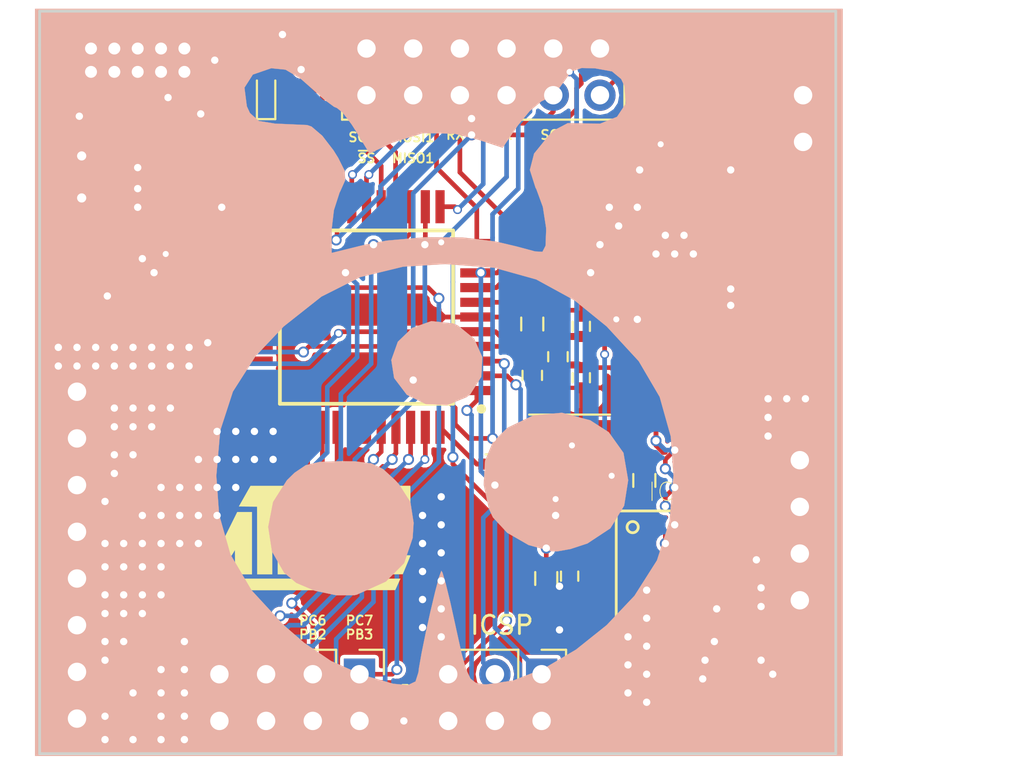
<source format=kicad_pcb>
(kicad_pcb (version 4) (host pcbnew 4.0.6)
  (layers (0 F.Cu signal) (31 B.Cu signal) (35 F.Paste user) (36 B.SilkS user) (37 F.SilkS user) (38 B.Mask user) (39 F.Mask user) (44 Edge.Cuts user))
  (net 0 "")
  (net 1 /XTAL2)
  (net 2 GNDA)
  (net 3 /XTAL1)
  (net 4 /~RESET)
  (net 5 /5V)
  (net 6 /D-)
  (net 7 /D+)
  (net 8 "Net-(C12-Pad1)")
  (net 9 "Net-(D1-Pad1)")
  (net 10 "Net-(D2-Pad1)")
  (net 11 /5V_usb)
  (net 12 /GND_in)
  (net 13 /5V_in)
  (net 14 /TCK)
  (net 15 /TDO)
  (net 16 /TMS)
  (net 17 /TDI)
  (net 18 /PB0)
  (net 19 /PB1)
  (net 20 /PB2)
  (net 21 /PB3)
  (net 22 /PC6)
  (net 23 /PD4)
  (net 24 /PC7)
  (net 25 /PD5)
  (net 26 /MISO0)
  (net 27 /SCK0)
  (net 28 /MOSI0)
  (net 29 /ADC0)
  (net 30 /ADC1)
  (net 31 /ADC2)
  (net 32 /ADC3)
  (net 33 /ADC4)
  (net 34 /ADC5)
  (net 35 /ADC6)
  (net 36 /ADC7)
  (net 37 /SDA1)
  (net 38 /SCL1)
  (net 39 /RX0)
  (net 40 /TX0)
  (net 41 /RX1)
  (net 42 /TX1)
  (net 43 /~SS1~)
  (net 44 /SCK1)
  (net 45 /MISO1)
  (net 46 /MOSI1)
  (net 47 "Net-(R2-Pad2)")
  (net 48 /~SS0~)
  (net 49 /3.3V)
  (net 50 "Net-(D3-Pad2)")
  (net 51 /SCL0)
  (net 52 /SDA0)
  (net 53 "Net-(C7-Pad2)")
  (net 54 "Net-(D1-Pad2)")
  (net 55 "Net-(D2-Pad2)")
  (net 56 "Net-(D4-Pad2)")
  (net 57 "Net-(C8-Pad1)")
  (net 58 "Net-(R10-Pad2)")
  (net 59 "Net-(D5-Pad2)")
  (module ATMEL_logo:ATMEL_logo (layer F.Cu) (at 133.096 91.186)
    (fp_text reference G*** hide)
    (fp_text value LOGO hide)
  )
  (module Pin_Headers:Pin_Header_Straight_2x03_Pitch2.54mm (layer F.Cu) (at 145.669 98.552 270)
    (fp_text reference J6 hide)
    (fp_text value SPI0/ICSP)
    (pad 1 thru_hole rect (at 0 0 270) (size 1.7 1.7) (drill 1) (layers *.Cu *.Mask) (net 26 /MISO0))
    (pad 2 thru_hole oval (at 2.54 0 270) (size 1.7 1.7) (drill 1) (layers *.Cu *.Mask) (net 5 /5V))
    (pad 3 thru_hole oval (at 0 2.54 270) (size 1.7 1.7) (drill 1) (layers *.Cu *.Mask) (net 27 /SCK0))
    (pad 4 thru_hole oval (at 2.54 2.54 270) (size 1.7 1.7) (drill 1) (layers *.Cu *.Mask) (net 28 /MOSI0))
    (pad 5 thru_hole oval (at 0 5.08 270) (size 1.7 1.7) (drill 1) (layers *.Cu *.Mask) (net 4 /~RESET))
    (pad 6 thru_hole oval (at 2.54 5.08 270) (size 1.7 1.7) (drill 1) (layers *.Cu *.Mask) (net 2 GNDA))
  )
  (module QFP80P1200X1200X120-44N:QFP80P1200X1200X120-44N (layer F.Cu) (at 136.144 79.121 180)
    (fp_text reference U2 hide)
    (fp_text value ATMEGA324PB-ABT hide)
    (pad 1 smd rect (at -6 -4 90) (size 0.5 1.8) (layers F.Cu F.Paste F.Mask) (net 28 /MOSI0))
    (pad 2 smd rect (at -6 -3.2 90) (size 0.5 1.8) (layers F.Cu F.Paste F.Mask) (net 26 /MISO0))
    (pad 3 smd rect (at -6 -2.4 90) (size 0.5 1.8) (layers F.Cu F.Paste F.Mask) (net 27 /SCK0))
    (pad 4 smd rect (at -6 -1.6 90) (size 0.5 1.8) (layers F.Cu F.Paste F.Mask) (net 4 /~RESET))
    (pad 5 smd rect (at -6 -0.8 90) (size 0.5 1.8) (layers F.Cu F.Paste F.Mask) (net 5 /5V))
    (pad 6 smd rect (at -6 0 90) (size 0.5 1.8) (layers F.Cu F.Paste F.Mask) (net 2 GNDA))
    (pad 7 smd rect (at -6 0.8 90) (size 0.5 1.8) (layers F.Cu F.Paste F.Mask) (net 1 /XTAL2))
    (pad 8 smd rect (at -6 1.6 90) (size 0.5 1.8) (layers F.Cu F.Paste F.Mask) (net 3 /XTAL1))
    (pad 9 smd rect (at -6 2.4 90) (size 0.5 1.8) (layers F.Cu F.Paste F.Mask) (net 39 /RX0))
    (pad 10 smd rect (at -6 3.2 90) (size 0.5 1.8) (layers F.Cu F.Paste F.Mask) (net 40 /TX0))
    (pad 11 smd rect (at -6 4 90) (size 0.5 1.8) (layers F.Cu F.Paste F.Mask) (net 41 /RX1))
    (pad 12 smd rect (at -4 6 90) (size 1.8 0.5) (layers F.Cu F.Paste F.Mask) (net 42 /TX1))
    (pad 13 smd rect (at -3.2 6 90) (size 1.8 0.5) (layers F.Cu F.Paste F.Mask) (net 23 /PD4))
    (pad 14 smd rect (at -2.4 6 90) (size 1.8 0.5) (layers F.Cu F.Paste F.Mask) (net 25 /PD5))
    (pad 15 smd rect (at -1.6 6 90) (size 1.8 0.5) (layers F.Cu F.Paste F.Mask) (net 43 /~SS1~))
    (pad 16 smd rect (at -0.8 6 90) (size 1.8 0.5) (layers F.Cu F.Paste F.Mask) (net 44 /SCK1))
    (pad 17 smd rect (at 0 6 90) (size 1.8 0.5) (layers F.Cu F.Paste F.Mask) (net 45 /MISO1))
    (pad 18 smd rect (at 0.8 6 90) (size 1.8 0.5) (layers F.Cu F.Paste F.Mask) (net 46 /MOSI1))
    (pad 19 smd rect (at 1.6 6 90) (size 1.8 0.5) (layers F.Cu F.Paste F.Mask) (net 51 /SCL0))
    (pad 20 smd rect (at 2.4 6 90) (size 1.8 0.5) (layers F.Cu F.Paste F.Mask) (net 52 /SDA0))
    (pad 21 smd rect (at 3.2 6 90) (size 1.8 0.5) (layers F.Cu F.Paste F.Mask) (net 14 /TCK))
    (pad 22 smd rect (at 4 6 90) (size 1.8 0.5) (layers F.Cu F.Paste F.Mask) (net 16 /TMS))
    (pad 23 smd rect (at 6 4 90) (size 0.5 1.8) (layers F.Cu F.Paste F.Mask) (net 15 /TDO))
    (pad 24 smd rect (at 6 3.2 90) (size 0.5 1.8) (layers F.Cu F.Paste F.Mask) (net 17 /TDI))
    (pad 25 smd rect (at 6 2.4 90) (size 0.5 1.8) (layers F.Cu F.Paste F.Mask) (net 22 /PC6))
    (pad 26 smd rect (at 6 1.6 90) (size 0.5 1.8) (layers F.Cu F.Paste F.Mask) (net 24 /PC7))
    (pad 27 smd rect (at 6 0.8 90) (size 0.5 1.8) (layers F.Cu F.Paste F.Mask) (net 8 "Net-(C12-Pad1)"))
    (pad 28 smd rect (at 6 0 90) (size 0.5 1.8) (layers F.Cu F.Paste F.Mask) (net 2 GNDA))
    (pad 29 smd rect (at 6 -0.8 90) (size 0.5 1.8) (layers F.Cu F.Paste F.Mask) (net 57 "Net-(C8-Pad1)"))
    (pad 30 smd rect (at 6 -1.6 90) (size 0.5 1.8) (layers F.Cu F.Paste F.Mask) (net 36 /ADC7))
    (pad 31 smd rect (at 6 -2.4 90) (size 0.5 1.8) (layers F.Cu F.Paste F.Mask) (net 35 /ADC6))
    (pad 32 smd rect (at 6 -3.2 90) (size 0.5 1.8) (layers F.Cu F.Paste F.Mask) (net 34 /ADC5))
    (pad 33 smd rect (at 6 -4 90) (size 0.5 1.8) (layers F.Cu F.Paste F.Mask) (net 33 /ADC4))
    (pad 34 smd rect (at 4 -6 90) (size 1.8 0.5) (layers F.Cu F.Paste F.Mask) (net 32 /ADC3))
    (pad 35 smd rect (at 3.2 -6 90) (size 1.8 0.5) (layers F.Cu F.Paste F.Mask) (net 31 /ADC2))
    (pad 36 smd rect (at 2.4 -6 90) (size 1.8 0.5) (layers F.Cu F.Paste F.Mask) (net 30 /ADC1))
    (pad 37 smd rect (at 1.6 -6 90) (size 1.8 0.5) (layers F.Cu F.Paste F.Mask) (net 29 /ADC0))
    (pad 38 smd rect (at 0.8 -6 90) (size 1.8 0.5) (layers F.Cu F.Paste F.Mask) (net 37 /SDA1))
    (pad 39 smd rect (at 0 -6 90) (size 1.8 0.5) (layers F.Cu F.Paste F.Mask) (net 38 /SCL1))
    (pad 40 smd rect (at -0.8 -6 90) (size 1.8 0.5) (layers F.Cu F.Paste F.Mask) (net 18 /PB0))
    (pad 41 smd rect (at -1.6 -6 90) (size 1.8 0.5) (layers F.Cu F.Paste F.Mask) (net 19 /PB1))
    (pad 42 smd rect (at -2.4 -6 90) (size 1.8 0.5) (layers F.Cu F.Paste F.Mask) (net 20 /PB2))
    (pad 43 smd rect (at -3.2 -6 90) (size 1.8 0.5) (layers F.Cu F.Paste F.Mask) (net 21 /PB3))
    (pad 44 smd rect (at -4 -6 90) (size 1.8 0.5) (layers F.Cu F.Paste F.Mask) (net 48 /~SS0~))
  )
  (module Capacitors_SMD:C_0402 (layer F.Cu) (at 146.431 76.581 180)
    (fp_text reference C1 hide)
    (fp_text value 1.8p)
    (pad 1 smd rect (at -0.55 0 180) (size 0.6 0.5) (layers F.Cu F.Paste F.Mask) (net 1 /XTAL2))
    (pad 2 smd rect (at 0.55 0 180) (size 0.6 0.5) (layers F.Cu F.Paste F.Mask) (net 2 GNDA))
  )
  (module Capacitors_SMD:C_0402 (layer F.Cu) (at 146.304 71.12 180)
    (fp_text reference C2 hide)
    (fp_text value 1.8p)
    (pad 1 smd rect (at -0.55 0 180) (size 0.6 0.5) (layers F.Cu F.Paste F.Mask) (net 2 GNDA))
    (pad 2 smd rect (at 0.55 0 180) (size 0.6 0.5) (layers F.Cu F.Paste F.Mask) (net 3 /XTAL1))
  )
  (module Capacitors_SMD:C_0402 (layer F.Cu) (at 147.828 82.423 270)
    (fp_text reference C3 hide)
    (fp_text value 4.7n)
    (pad 1 smd rect (at -0.55 0 270) (size 0.6 0.5) (layers F.Cu F.Paste F.Mask) (net 4 /~RESET))
    (pad 2 smd rect (at 0.55 0 270) (size 0.6 0.5) (layers F.Cu F.Paste F.Mask) (net 2 GNDA))
  )
  (module Capacitors_SMD:C_0402 (layer F.Cu) (at 154.94 82.804)
    (fp_text reference C4 hide)
    (fp_text value 1u)
    (pad 1 smd rect (at -0.55 0) (size 0.6 0.5) (layers F.Cu F.Paste F.Mask) (net 5 /5V))
    (pad 2 smd rect (at 0.55 0) (size 0.6 0.5) (layers F.Cu F.Paste F.Mask) (net 2 GNDA))
  )
  (module Capacitors_SMD:C_0402 (layer F.Cu) (at 147.828 79.629 90)
    (fp_text reference C10 hide)
    (fp_text value .1u)
    (pad 1 smd rect (at -0.55 0 90) (size 0.6 0.5) (layers F.Cu F.Paste F.Mask) (net 5 /5V))
    (pad 2 smd rect (at 0.55 0 90) (size 0.6 0.5) (layers F.Cu F.Paste F.Mask) (net 2 GNDA))
  )
  (module Capacitors_SMD:C_0603 (layer F.Cu) (at 145.161 79.502 90)
    (fp_text reference C11 hide)
    (fp_text value 4.7u)
    (pad 2 smd rect (at 0.75 0 90) (size 0.8 0.75) (layers F.Cu F.Paste F.Mask) (net 2 GNDA))
    (pad 1 smd rect (at -0.75 0 90) (size 0.8 0.75) (layers F.Cu F.Paste F.Mask) (net 5 /5V))
  )
  (module Capacitors_SMD:C_0402 (layer F.Cu) (at 126.746 78.74 270)
    (fp_text reference C12 hide)
    (fp_text value .1u)
    (pad 1 smd rect (at -0.55 0 270) (size 0.6 0.5) (layers F.Cu F.Paste F.Mask) (net 8 "Net-(C12-Pad1)"))
    (pad 2 smd rect (at 0.55 0 270) (size 0.6 0.5) (layers F.Cu F.Paste F.Mask) (net 2 GNDA))
  )
  (module LEDs:LED_0603 (layer F.Cu) (at 158.496 100.33 270)
    (fp_text reference D1 hide)
    (fp_text value RED)
    (pad 2 smd rect (at 0.8 0 90) (size 0.8 0.8) (layers F.Cu F.Paste F.Mask) (net 54 "Net-(D1-Pad2)"))
    (pad 1 smd rect (at -0.8 0 90) (size 0.8 0.8) (layers F.Cu F.Paste F.Mask) (net 9 "Net-(D1-Pad1)"))
  )
  (module LEDs:LED_0603 (layer F.Cu) (at 160.147 100.33 270)
    (fp_text reference D2 hide)
    (fp_text value BLUE)
    (pad 2 smd rect (at 0.8 0 90) (size 0.8 0.8) (layers F.Cu F.Paste F.Mask) (net 55 "Net-(D2-Pad2)"))
    (pad 1 smd rect (at -0.8 0 90) (size 0.8 0.8) (layers F.Cu F.Paste F.Mask) (net 10 "Net-(D2-Pad1)"))
  )
  (module Pin_Headers:Pin_Header_Straight_1x02_Pitch2.54mm (layer F.Cu) (at 159.893 67.056)
    (fp_text reference J2 hide)
    (fp_text value 5V_IN)
    (pad 1 thru_hole rect (at 0 0) (size 1.7 1.7) (drill 1) (layers *.Cu *.Mask) (net 12 /GND_in))
    (pad 2 thru_hole oval (at 0 2.54) (size 1.7 1.7) (drill 1) (layers *.Cu *.Mask) (net 13 /5V_in))
  )
  (module Pin_Headers:Pin_Header_Straight_1x08_Pitch2.54mm (layer F.Cu) (at 120.396 100.965 180)
    (fp_text reference J7 hide)
    (fp_text value ADC)
    (pad 1 thru_hole rect (at 0 0 180) (size 1.7 1.7) (drill 1) (layers *.Cu *.Mask) (net 29 /ADC0))
    (pad 2 thru_hole oval (at 0 2.54 180) (size 1.7 1.7) (drill 1) (layers *.Cu *.Mask) (net 30 /ADC1))
    (pad 3 thru_hole oval (at 0 5.08 180) (size 1.7 1.7) (drill 1) (layers *.Cu *.Mask) (net 31 /ADC2))
    (pad 4 thru_hole oval (at 0 7.62 180) (size 1.7 1.7) (drill 1) (layers *.Cu *.Mask) (net 32 /ADC3))
    (pad 5 thru_hole oval (at 0 10.16 180) (size 1.7 1.7) (drill 1) (layers *.Cu *.Mask) (net 33 /ADC4))
    (pad 6 thru_hole oval (at 0 12.7 180) (size 1.7 1.7) (drill 1) (layers *.Cu *.Mask) (net 34 /ADC5))
    (pad 7 thru_hole oval (at 0 15.24 180) (size 1.7 1.7) (drill 1) (layers *.Cu *.Mask) (net 35 /ADC6))
    (pad 8 thru_hole oval (at 0 17.78 180) (size 1.7 1.7) (drill 1) (layers *.Cu *.Mask) (net 36 /ADC7))
  )
  (module Inductors_SMD:L_0603 (layer F.Cu) (at 126.746 75.692 90)
    (fp_text reference L1 hide)
    (fp_text value BLM18PG471SN1 hide)
    (pad 1 smd rect (at -0.75 0 90) (size 0.5 0.9) (layers F.Cu F.Paste F.Mask) (net 8 "Net-(C12-Pad1)"))
    (pad 2 smd rect (at 0.75 0 90) (size 0.5 0.9) (layers F.Cu F.Paste F.Mask) (net 5 /5V))
  )
  (module Resistors_SMD:R_0402 (layer F.Cu) (at 146.558 81.28 270)
    (fp_text reference R1 hide)
    (fp_text value 100k)
    (pad 1 smd rect (at -0.45 0 270) (size 0.4 0.6) (layers F.Cu F.Paste F.Mask) (net 5 /5V))
    (pad 2 smd rect (at 0.45 0 270) (size 0.4 0.6) (layers F.Cu F.Paste F.Mask) (net 4 /~RESET))
  )
  (module Resistors_SMD:R_0402 (layer F.Cu) (at 145.161 82.296 270)
    (fp_text reference R2 hide)
    (fp_text value 39)
    (pad 1 smd rect (at -0.45 0 270) (size 0.4 0.6) (layers F.Cu F.Paste F.Mask) (net 4 /~RESET))
    (pad 2 smd rect (at 0.45 0 270) (size 0.4 0.6) (layers F.Cu F.Paste F.Mask) (net 47 "Net-(R2-Pad2)"))
  )
  (module Resistors_SMD:R_0402 (layer F.Cu) (at 153.162 100.838 180)
    (fp_text reference R5 hide)
    (fp_text value 1k)
    (pad 1 smd rect (at -0.45 0 180) (size 0.4 0.6) (layers F.Cu F.Paste F.Mask) (net 54 "Net-(D1-Pad2)"))
    (pad 2 smd rect (at 0.45 0 180) (size 0.4 0.6) (layers F.Cu F.Paste F.Mask) (net 5 /5V))
  )
  (module Resistors_SMD:R_0402 (layer F.Cu) (at 155.575 101.6 180)
    (fp_text reference R6 hide)
    (fp_text value 1k)
    (pad 1 smd rect (at -0.45 0 180) (size 0.4 0.6) (layers F.Cu F.Paste F.Mask) (net 55 "Net-(D2-Pad2)"))
    (pad 2 smd rect (at 0.45 0 180) (size 0.4 0.6) (layers F.Cu F.Paste F.Mask) (net 5 /5V))
  )
  (module Resistors_SMD:R_0402 (layer F.Cu) (at 132.588 64.262 270)
    (fp_text reference R7 hide)
    (fp_text value 10k)
    (pad 1 smd rect (at -0.45 0 270) (size 0.4 0.6) (layers F.Cu F.Paste F.Mask) (net 5 /5V))
    (pad 2 smd rect (at 0.45 0 270) (size 0.4 0.6) (layers F.Cu F.Paste F.Mask) (net 43 /~SS1~))
  )
  (module Resistors_SMD:R_0402 (layer F.Cu) (at 142.875 87.122 180)
    (fp_text reference R8 hide)
    (fp_text value 10k)
    (pad 1 smd rect (at -0.45 0 180) (size 0.4 0.6) (layers F.Cu F.Paste F.Mask) (net 5 /5V))
    (pad 2 smd rect (at 0.45 0 180) (size 0.4 0.6) (layers F.Cu F.Paste F.Mask) (net 48 /~SS0~))
  )
  (module Buttons_Switches_SMD:SW_SPST_KMR2 (layer F.Cu) (at 147.193 85.979)
    (fp_text reference S1 hide)
    (fp_text value "KMR231NG LFS")
    (pad 1 smd rect (at -2.05 -0.8 90) (size 0.9 1) (layers F.Cu F.Paste F.Mask) (net 47 "Net-(R2-Pad2)"))
    (pad 2 smd rect (at -2.05 0.8 90) (size 0.9 1) (layers F.Cu F.Paste F.Mask) (net 2 GNDA))
    (pad 1 smd rect (at 2.05 -0.8 90) (size 0.9 1) (layers F.Cu F.Paste F.Mask) (net 47 "Net-(R2-Pad2)"))
    (pad 2 smd rect (at 2.05 0.8 90) (size 0.9 1) (layers F.Cu F.Paste F.Mask) (net 2 GNDA))
  )
  (module DPDT:JS202011SCQN (layer F.Cu) (at 154.686 71.12 180)
    (fp_text reference S2 hide)
    (fp_text value "DPDT (P/N: 452403012014)" hide)
    (pad 1 smd rect (at 0 -6.5 180) (size 1.2 1.5) (layers F.Cu F.Paste F.Mask) (net 11 /5V_usb))
    (pad 2 smd rect (at 2.5 -6.5 180) (size 1.2 1.5) (layers F.Cu F.Paste F.Mask) (net 5 /5V))
    (pad 3 smd rect (at 5 -6.5 180) (size 1.2 1.5) (layers F.Cu F.Paste F.Mask) (net 13 /5V_in))
    (pad 6 smd rect (at 5 0 180) (size 1.2 1.5) (layers F.Cu F.Paste F.Mask) (net 12 /GND_in))
    (pad 5 smd rect (at 2.5 0 180) (size 1.2 1.5) (layers F.Cu F.Paste F.Mask) (net 2 GNDA))
    (pad 4 smd rect (at 0 0 180) (size 1.2 1.5) (layers F.Cu F.Paste F.Mask) (net 12 /GND_in))
  )
  (module TSX_3225_16MHz_crystal:TSX_3225_16MF09ZAC3 (layer F.Cu) (at 147.193 74.93 90)
    (fp_text reference Y1 hide)
    (fp_text value "TSX-3225 16.0000MF09Z-AC3")
    (pad 2 smd rect (at 2.2 0 90) (size 1.4 1.15) (layers F.Cu F.Paste F.Mask) (net 2 GNDA))
    (pad 3 smd rect (at 2.2 -1.6 90) (size 1.4 1.15) (layers F.Cu F.Paste F.Mask) (net 3 /XTAL1))
    (pad 4 smd rect (at 0 -1.6 90) (size 1.4 1.15) (layers F.Cu F.Paste F.Mask) (net 2 GNDA))
    (pad 1 smd rect (at 0 0 90) (size 1.4 1.15) (layers F.Cu F.Paste F.Mask) (net 1 /XTAL2))
  )
  (module Capacitors_SMD:C_0402 (layer F.Cu) (at 155.956 88.392 180)
    (fp_text reference C13 hide)
    (fp_text value 1u)
    (pad 1 smd rect (at -0.55 0 180) (size 0.6 0.5) (layers F.Cu F.Paste F.Mask) (net 49 /3.3V))
    (pad 2 smd rect (at 0.55 0 180) (size 0.6 0.5) (layers F.Cu F.Paste F.Mask) (net 2 GNDA))
  )
  (module TO_SOT_Packages_SMD:SOT-23-5 (layer F.Cu) (at 155.448 85.598 270)
    (fp_text reference U3 hide)
    (fp_text value TLV713285PDBV)
    (pad 1 smd rect (at -1.1 -0.95 270) (size 1.06 0.65) (layers F.Cu F.Paste F.Mask) (net 5 /5V))
    (pad 2 smd rect (at -1.1 0 270) (size 1.06 0.65) (layers F.Cu F.Paste F.Mask) (net 2 GNDA))
    (pad 3 smd rect (at -1.1 0.95 270) (size 1.06 0.65) (layers F.Cu F.Paste F.Mask) (net 5 /5V))
    (pad 4 smd rect (at 1.1 0.95 270) (size 1.06 0.65) (layers F.Cu F.Paste F.Mask))
    (pad 5 smd rect (at 1.1 -0.95 270) (size 1.06 0.65) (layers F.Cu F.Paste F.Mask) (net 49 /3.3V))
  )
  (module Pin_Headers:Pin_Header_Straight_2x06_Pitch2.54mm (layer F.Cu) (at 136.144 67.056 90)
    (fp_text reference J8 hide)
    (fp_text value COMM)
    (pad 1 thru_hole rect (at 0 0 90) (size 1.7 1.7) (drill 1) (layers *.Cu *.Mask) (net 43 /~SS1~))
    (pad 2 thru_hole oval (at 2.54 0 90) (size 1.7 1.7) (drill 1) (layers *.Cu *.Mask) (net 44 /SCK1))
    (pad 3 thru_hole oval (at 0 2.54 90) (size 1.7 1.7) (drill 1) (layers *.Cu *.Mask) (net 45 /MISO1))
    (pad 4 thru_hole oval (at 2.54 2.54 90) (size 1.7 1.7) (drill 1) (layers *.Cu *.Mask) (net 46 /MOSI1))
    (pad 5 thru_hole oval (at 0 5.08 90) (size 1.7 1.7) (drill 1) (layers *.Cu *.Mask) (net 39 /RX0))
    (pad 6 thru_hole oval (at 2.54 5.08 90) (size 1.7 1.7) (drill 1) (layers *.Cu *.Mask) (net 41 /RX1))
    (pad 7 thru_hole oval (at 0 7.62 90) (size 1.7 1.7) (drill 1) (layers *.Cu *.Mask) (net 40 /TX0))
    (pad 8 thru_hole oval (at 2.54 7.62 90) (size 1.7 1.7) (drill 1) (layers *.Cu *.Mask) (net 42 /TX1))
    (pad 9 thru_hole oval (at 0 10.16 90) (size 1.7 1.7) (drill 1) (layers *.Cu *.Mask) (net 51 /SCL0))
    (pad 10 thru_hole oval (at 2.54 10.16 90) (size 1.7 1.7) (drill 1) (layers *.Cu *.Mask) (net 38 /SCL1))
    (pad 11 thru_hole oval (at 0 12.7 90) (size 1.7 1.7) (drill 1) (layers *.Cu *.Mask) (net 52 /SDA0))
    (pad 12 thru_hole oval (at 2.54 12.7 90) (size 1.7 1.7) (drill 1) (layers *.Cu *.Mask) (net 37 /SDA1))
  )
  (module Pin_Headers:Pin_Header_Straight_1x04_Pitch2.54mm (layer F.Cu) (at 159.7152 86.90864)
    (fp_text reference J3 hide)
    (fp_text value VOUT)
    (pad 1 thru_hole rect (at 0 0) (size 1.7 1.7) (drill 1) (layers *.Cu *.Mask) (net 49 /3.3V))
    (pad 2 thru_hole oval (at 0 2.54) (size 1.7 1.7) (drill 1) (layers *.Cu *.Mask) (net 2 GNDA))
    (pad 3 thru_hole oval (at 0 5.08) (size 1.7 1.7) (drill 1) (layers *.Cu *.Mask) (net 2 GNDA))
    (pad 4 thru_hole oval (at 0 7.62) (size 1.7 1.7) (drill 1) (layers *.Cu *.Mask) (net 5 /5V))
  )
  (module Pin_Headers:Pin_Header_Straight_2x04_Pitch2.54mm (layer F.Cu) (at 135.763 98.552 270)
    (fp_text reference J5 (at 1.27 -2.33 270) (layer F.SilkS))
    (fp_text value digital)
    (pad 1 thru_hole rect (at 0 0 270) (size 1.7 1.7) (drill 1) (layers *.Cu *.Mask) (net 24 /PC7))
    (pad 2 thru_hole oval (at 2.54 0 270) (size 1.7 1.7) (drill 1) (layers *.Cu *.Mask) (net 21 /PB3))
    (pad 3 thru_hole oval (at 0 2.54 270) (size 1.7 1.7) (drill 1) (layers *.Cu *.Mask) (net 22 /PC6))
    (pad 4 thru_hole oval (at 2.54 2.54 270) (size 1.7 1.7) (drill 1) (layers *.Cu *.Mask) (net 20 /PB2))
    (pad 5 thru_hole oval (at 0 5.08 270) (size 1.7 1.7) (drill 1) (layers *.Cu *.Mask) (net 25 /PD5))
    (pad 6 thru_hole oval (at 2.54 5.08 270) (size 1.7 1.7) (drill 1) (layers *.Cu *.Mask) (net 19 /PB1))
    (pad 7 thru_hole oval (at 0 7.62 270) (size 1.7 1.7) (drill 1) (layers *.Cu *.Mask) (net 23 /PD4))
    (pad 8 thru_hole oval (at 2.54 7.62 270) (size 1.7 1.7) (drill 1) (layers *.Cu *.Mask) (net 18 /PB0))
  )
  (module Capacitors_SMD:C_0603 (layer F.Cu) (at 145.923 93.345 270)
    (fp_text reference C5 hide)
    (fp_text value 10U)
    (pad 2 smd rect (at 0.75 0 270) (size 0.8 0.75) (layers F.Cu F.Paste F.Mask) (net 2 GNDA))
    (pad 1 smd rect (at -0.75 0 270) (size 0.8 0.75) (layers F.Cu F.Paste F.Mask) (net 5 /5V))
  )
  (module Capacitors_SMD:C_0402 (layer F.Cu) (at 147.193 93.218 270)
    (fp_text reference C6 hide)
    (fp_text value .1u)
    (pad 1 smd rect (at -0.55 0 270) (size 0.6 0.5) (layers F.Cu F.Paste F.Mask) (net 5 /5V))
    (pad 2 smd rect (at 0.55 0 270) (size 0.6 0.5) (layers F.Cu F.Paste F.Mask) (net 2 GNDA))
  )
  (module Capacitors_SMD:C_0603 (layer F.Cu) (at 151.257 88.011 270)
    (fp_text reference C7 hide)
    (fp_text value 22u)
    (pad 2 smd rect (at 0.75 0 270) (size 0.8 0.75) (layers F.Cu F.Paste F.Mask) (net 53 "Net-(C7-Pad2)"))
    (pad 1 smd rect (at -0.75 0 270) (size 0.8 0.75) (layers F.Cu F.Paste F.Mask))
  )
  (module FT232RL:SSOP28-LD (layer F.Cu) (at 152.654 94.869 270)
    (fp_text reference IC1 (at -6.22966 0 360) (layer F.SilkS) (effects (font (size 1.00107 1.00107) (thickness 0.05))))
    (fp_text value FT232RL (at 0 0 270) (layer F.SilkS) (effects (font (size 1 0.9) (thickness 0.05))))
    (pad 28 smd rect (at -4.225 -3.656 270) (size 0.348 1.397) (layers F.Cu F.Paste F.Mask))
    (pad 27 smd rect (at -3.575 -3.656 270) (size 0.348 1.397) (layers F.Cu F.Paste F.Mask))
    (pad 26 smd rect (at -2.925 -3.656 270) (size 0.348 1.397) (layers F.Cu F.Paste F.Mask) (net 2 GNDA))
    (pad 25 smd rect (at -2.275 -3.656 270) (size 0.348 1.397) (layers F.Cu F.Paste F.Mask) (net 2 GNDA))
    (pad 24 smd rect (at -1.625 -3.656 270) (size 0.348 1.397) (layers F.Cu F.Paste F.Mask))
    (pad 23 smd rect (at -0.975 -3.656 270) (size 0.348 1.397) (layers F.Cu F.Paste F.Mask) (net 9 "Net-(D1-Pad1)"))
    (pad 22 smd rect (at -0.325 -3.656 270) (size 0.348 1.397) (layers F.Cu F.Paste F.Mask) (net 10 "Net-(D2-Pad1)"))
    (pad 20 smd rect (at 0.975 -3.656 270) (size 0.348 1.397) (layers F.Cu F.Paste F.Mask) (net 5 /5V))
    (pad 21 smd rect (at 0.325 -3.656 270) (size 0.348 1.397) (layers F.Cu F.Paste F.Mask) (net 2 GNDA))
    (pad 19 smd rect (at 1.625 -3.656 270) (size 0.348 1.397) (layers F.Cu F.Paste F.Mask))
    (pad 18 smd rect (at 2.275 -3.656 270) (size 0.348 1.397) (layers F.Cu F.Paste F.Mask) (net 2 GNDA))
    (pad 17 smd rect (at 2.925 -3.656 270) (size 0.348 1.397) (layers F.Cu F.Paste F.Mask))
    (pad 16 smd rect (at 3.575 -3.656 270) (size 0.348 1.397) (layers F.Cu F.Paste F.Mask) (net 6 /D-))
    (pad 15 smd rect (at 4.225 -3.656 270) (size 0.348 1.397) (layers F.Cu F.Paste F.Mask) (net 7 /D+))
    (pad 1 smd rect (at -4.225 3.656 270) (size 0.348 1.397) (layers F.Cu F.Paste F.Mask) (net 39 /RX0))
    (pad 2 smd rect (at -3.575 3.656 270) (size 0.348 1.397) (layers F.Cu F.Paste F.Mask) (net 53 "Net-(C7-Pad2)"))
    (pad 3 smd rect (at -2.925 3.656 270) (size 0.348 1.397) (layers F.Cu F.Paste F.Mask))
    (pad 4 smd rect (at -2.275 3.656 270) (size 0.348 1.397) (layers F.Cu F.Paste F.Mask) (net 5 /5V))
    (pad 5 smd rect (at -1.625 3.656 270) (size 0.348 1.397) (layers F.Cu F.Paste F.Mask) (net 40 /TX0))
    (pad 6 smd rect (at -0.975 3.656 270) (size 0.348 1.397) (layers F.Cu F.Paste F.Mask))
    (pad 7 smd rect (at -0.325 3.656 270) (size 0.348 1.397) (layers F.Cu F.Paste F.Mask) (net 2 GNDA))
    (pad 8 smd rect (at 0.325 3.656 270) (size 0.348 1.397) (layers F.Cu F.Paste F.Mask))
    (pad 9 smd rect (at 0.975 3.656 270) (size 0.348 1.397) (layers F.Cu F.Paste F.Mask))
    (pad 10 smd rect (at 1.625 3.656 270) (size 0.348 1.397) (layers F.Cu F.Paste F.Mask))
    (pad 11 smd rect (at 2.275 3.656 270) (size 0.348 1.397) (layers F.Cu F.Paste F.Mask))
    (pad 12 smd rect (at 2.925 3.656 270) (size 0.348 1.397) (layers F.Cu F.Paste F.Mask))
    (pad 13 smd rect (at 3.575 3.656 270) (size 0.348 1.397) (layers F.Cu F.Paste F.Mask))
    (pad 14 smd rect (at 4.225 3.656 270) (size 0.348 1.397) (layers F.Cu F.Paste F.Mask))
  )
  (module LEDs:LED_0603 (layer F.Cu) (at 125.984 72.39 90)
    (fp_text reference D4 hide)
    (fp_text value LED)
    (pad 2 smd rect (at 0.8 0 270) (size 0.8 0.8) (layers F.Cu F.Paste F.Mask) (net 56 "Net-(D4-Pad2)"))
    (pad 1 smd rect (at -0.8 0 270) (size 0.8 0.8) (layers F.Cu F.Paste F.Mask) (net 2 GNDA))
  )
  (module Pin_Headers:Pin_Header_Straight_1x01_Pitch1.00mm (layer F.Cu) (at 120.65 72.644)
    (fp_text reference TP1 hide)
    (fp_text value TEST)
    (pad 1 thru_hole rect (at 0 0) (size 0.85 0.85) (drill 0.5) (layers *.Cu *.Mask) (net 57 "Net-(C8-Pad1)"))
  )
  (module Resistors_SMD:R_0603 (layer F.Cu) (at 123.698 69.977)
    (fp_text reference R3 hide)
    (fp_text value 1k)
    (pad 1 smd rect (at -0.75 0) (size 0.5 0.9) (layers F.Cu F.Paste F.Mask) (net 57 "Net-(C8-Pad1)"))
    (pad 2 smd rect (at 0.75 0) (size 0.5 0.9) (layers F.Cu F.Paste F.Mask) (net 56 "Net-(D4-Pad2)"))
  )
  (module Capacitors_SMD:C_0402 (layer F.Cu) (at 122.301 75.438 270)
    (fp_text reference C8 hide)
    (fp_text value 4.7n)
    (pad 1 smd rect (at -0.55 0 270) (size 0.6 0.5) (layers F.Cu F.Paste F.Mask) (net 57 "Net-(C8-Pad1)"))
    (pad 2 smd rect (at 0.55 0 270) (size 0.6 0.5) (layers F.Cu F.Paste F.Mask) (net 2 GNDA))
  )
  (module Resistors_SMD:R_0402 (layer F.Cu) (at 124.333 74.803 180)
    (fp_text reference R4 hide)
    (fp_text value 100k)
    (pad 1 smd rect (at -0.45 0 180) (size 0.4 0.6) (layers F.Cu F.Paste F.Mask) (net 5 /5V))
    (pad 2 smd rect (at 0.45 0 180) (size 0.4 0.6) (layers F.Cu F.Paste F.Mask) (net 57 "Net-(C8-Pad1)"))
  )
  (module Resistors_SMD:R_0402 (layer F.Cu) (at 120.269 74.803 180)
    (fp_text reference R10 hide)
    (fp_text value 39)
    (pad 1 smd rect (at -0.45 0 180) (size 0.4 0.6) (layers F.Cu F.Paste F.Mask) (net 57 "Net-(C8-Pad1)"))
    (pad 2 smd rect (at 0.45 0 180) (size 0.4 0.6) (layers F.Cu F.Paste F.Mask) (net 58 "Net-(R10-Pad2)"))
  )
  (module Buttons_Switches_SMD:SW_SPST_KMR2 (layer F.Cu) (at 122.047 78.613 180)
    (fp_text reference S3 hide)
    (fp_text value "KMR231NG LFS")
    (pad 1 smd rect (at -2.05 -0.8 180) (size 0.9 1) (layers F.Cu F.Paste F.Mask) (net 58 "Net-(R10-Pad2)"))
    (pad 2 smd rect (at -2.05 0.8 180) (size 0.9 1) (layers F.Cu F.Paste F.Mask) (net 2 GNDA))
    (pad 1 smd rect (at 2.05 -0.8 180) (size 0.9 1) (layers F.Cu F.Paste F.Mask) (net 58 "Net-(R10-Pad2)"))
    (pad 2 smd rect (at 2.05 0.8 180) (size 0.9 1) (layers F.Cu F.Paste F.Mask) (net 2 GNDA))
  )
  (module Pin_Headers:Pin_Header_Straight_1x01_Pitch1.00mm (layer F.Cu) (at 120.65 70.358)
    (fp_text reference TP2 hide)
    (fp_text value TEST)
    (pad 1 thru_hole rect (at 0 0) (size 0.85 0.85) (drill 0.5) (layers *.Cu *.Mask) (net 2 GNDA))
  )
  (module USB_10118192-0001LF:USB_10118192-0001LF (layer F.Cu) (at 167.894 81.026 90)
    (fp_text reference J1 hide)
    (fp_text value "Micro USB")
    (pad 6 smd rect (at 6.9 -7.45 90) (size 1.8 1.9) (layers F.Cu F.Paste F.Mask) (net 12 /GND_in))
    (pad 6 smd rect (at 4.3 -7.45 90) (size 1.9 1.9) (layers F.Cu F.Paste F.Mask) (net 12 /GND_in))
    (pad 6 smd rect (at 1.9 -7.45 90) (size 1.9 1.9) (layers F.Cu F.Paste F.Mask) (net 12 /GND_in))
    (pad 6 smd rect (at -0.7 -7.45 90) (size 1.8 1.9) (layers F.Cu F.Paste F.Mask) (net 12 /GND_in))
    (pad 5 smd rect (at 4.4 -10.12698 90) (size 0.4 1.35) (layers F.Cu F.Paste F.Mask) (net 12 /GND_in))
    (pad 3 smd rect (at 3.1 -10.12698 90) (size 0.4 1.35) (layers F.Cu F.Paste F.Mask) (net 7 /D+))
    (pad 4 smd rect (at 3.75 -10.12698 90) (size 0.4 1.35) (layers F.Cu F.Paste F.Mask))
    (pad 2 smd rect (at 2.45 -10.12698 90) (size 0.4 1.35) (layers F.Cu F.Paste F.Mask) (net 6 /D-))
    (pad 1 smd rect (at 1.8 -10.12698 90) (size 0.4 1.35) (layers F.Cu F.Paste F.Mask) (net 11 /5V_usb))
    (pad 6 smd rect (at 6.2 -10 90) (size 2.1 1.6) (layers F.Cu F.Paste F.Mask) (net 12 /GND_in))
    (pad 6 smd rect (at 0 -10 90) (size 2.1 1.6) (layers F.Cu F.Paste F.Mask) (net 12 /GND_in))
  )
  (module Pin_Headers:Pin_Header_Straight_2x05_Pitch1.27mm (layer F.Cu) (at 121.158 65.786 90)
    (fp_text reference J4 hide)
    (fp_text value JTAG)
    (pad 1 thru_hole rect (at 0 0 90) (size 1 1) (drill 0.65) (layers *.Cu *.Mask) (net 14 /TCK))
    (pad 2 thru_hole oval (at 1.27 0 90) (size 1 1) (drill 0.65) (layers *.Cu *.Mask) (net 2 GNDA))
    (pad 3 thru_hole oval (at 0 1.27 90) (size 1 1) (drill 0.65) (layers *.Cu *.Mask) (net 15 /TDO))
    (pad 4 thru_hole oval (at 1.27 1.27 90) (size 1 1) (drill 0.65) (layers *.Cu *.Mask) (net 5 /5V))
    (pad 5 thru_hole oval (at 0 2.54 90) (size 1 1) (drill 0.65) (layers *.Cu *.Mask) (net 16 /TMS))
    (pad 6 thru_hole oval (at 1.27 2.54 90) (size 1 1) (drill 0.65) (layers *.Cu *.Mask) (net 4 /~RESET))
    (pad 7 thru_hole oval (at 0 3.81 90) (size 1 1) (drill 0.65) (layers *.Cu *.Mask))
    (pad 8 thru_hole oval (at 1.27 3.81 90) (size 1 1) (drill 0.65) (layers *.Cu *.Mask))
    (pad 9 thru_hole oval (at 0 5.08 90) (size 1 1) (drill 0.65) (layers *.Cu *.Mask) (net 17 /TDI))
    (pad 10 thru_hole oval (at 1.27 5.08 90) (size 1 1) (drill 0.65) (layers *.Cu *.Mask) (net 2 GNDA))
  )
  (module LEDs:LED_0603 (layer F.Cu) (at 130.683 67.056 90)
    (fp_text reference D5 hide)
    (fp_text value LED)
    (pad 2 smd rect (at 0.8 0 270) (size 0.8 0.8) (layers F.Cu F.Paste F.Mask) (net 59 "Net-(D5-Pad2)"))
    (pad 1 smd rect (at -0.8 0 270) (size 0.8 0.8) (layers F.Cu F.Paste F.Mask) (net 2 GNDA))
  )
  (module Resistors_SMD:R_0402 (layer F.Cu) (at 128.778 64.262 270)
    (fp_text reference R9 hide)
    (fp_text value 1k)
    (pad 1 smd rect (at -0.45 0 270) (size 0.4 0.6) (layers F.Cu F.Paste F.Mask) (net 5 /5V))
    (pad 2 smd rect (at 0.45 0 270) (size 0.4 0.6) (layers F.Cu F.Paste F.Mask) (net 50 "Net-(D3-Pad2)"))
  )
  (module Resistors_SMD:R_0402 (layer F.Cu) (at 130.683 64.262 270)
    (fp_text reference R11 hide)
    (fp_text value 1k)
    (pad 1 smd rect (at -0.45 0 270) (size 0.4 0.6) (layers F.Cu F.Paste F.Mask) (net 49 /3.3V))
    (pad 2 smd rect (at 0.45 0 270) (size 0.4 0.6) (layers F.Cu F.Paste F.Mask) (net 59 "Net-(D5-Pad2)"))
  )
  (module LEDs:LED_0603 (layer F.Cu) (at 128.778 67.056 90)
    (fp_text reference D3 hide)
    (fp_text value LED)
    (pad 2 smd rect (at 0.8 0 270) (size 0.8 0.8) (layers F.Cu F.Paste F.Mask) (net 50 "Net-(D3-Pad2)"))
    (pad 1 smd rect (at -0.8 0 270) (size 0.8 0.8) (layers F.Cu F.Paste F.Mask) (net 2 GNDA))
  )
  (module Atmel_Studio_logo:atmel_studio_logo (layer B.Cu) (at 140.081 82.677 180)
    (fp_text reference G*** hide)
    (fp_text value LOGO hide)
  )
  (gr_text 3V3 (at 130.81 69.723 90) (layer F.SilkS) (effects (font (size 0.75 0.75) (thickness 0.1))))
  (gr_text 5V (at 128.778 69.469 90) (layer F.SilkS) (effects (font (size 0.75 0.75) (thickness 0.1))))
  (gr_text . (at 119.634 66.04) (layer F.SilkS) (effects (font (size 2 2) (thickness 0.5))))
  (gr_text . (at 147.574 97.79) (layer F.SilkS) (effects (font (size 2 2) (thickness 0.5))))
  (gr_text RESET (at 147.066 88.392) (layer F.SilkS) (effects (font (size 0.5 0.5) (thickness 0.1))))
  (gr_text GND (at 121.92 70.358 90) (layer F.SilkS) (effects (font (size 0.5 0.5) (thickness 0.1))))
  (gr_line (start 157.734 63.8302) (end 152.146 63.8302) (angle 90) (layer F.SilkS) (width 0.1))
  (gr_line (start 157.734 63.9572) (end 157.734 63.8302) (angle 90) (layer F.SilkS) (width 0.1))
  (gr_line (start 157.734 66.7512) (end 157.734 63.9572) (angle 90) (layer F.SilkS) (width 0.1))
  (gr_line (start 152.146 66.7512) (end 157.734 66.7512) (angle 90) (layer F.SilkS) (width 0.1))
  (gr_line (start 152.146 63.8302) (end 152.146 66.7512) (angle 90) (layer F.SilkS) (width 0.1))
  (gr_text "Atmega324PB\nBreakout\nBoard" (at 154.8892 65.3034) (layer F.SilkS) (effects (font (size 0.5 0.5) (thickness 0.1) italic)))
  (gr_text PE4 (at 121.92 72.644 90) (layer F.SilkS) (effects (font (size 0.5 0.5) (thickness 0.1))))
  (gr_text GND (at 157.988 90.678 90) (layer F.SilkS) (effects (font (size 1 1))))
  (gr_text " " (at 155.829 64.2112) (layer F.SilkS) (effects (font (size 0.75 0.75) (thickness 0.15) italic)))
  (gr_text GND (at 159.8422 64.6176) (layer F.SilkS) (effects (font (size 0.75 0.75) (thickness 0.1))))
  (gr_text PC7 (at 135.763 95.631) (layer F.SilkS) (effects (font (size 0.5 0.5) (thickness 0.1))))
  (gr_text PB3 (at 135.763 96.393) (layer F.SilkS) (effects (font (size 0.5 0.5) (thickness 0.1))))
  (gr_text PC6 (at 133.223 95.631) (layer F.SilkS) (effects (font (size 0.5 0.5) (thickness 0.1))))
  (gr_text PB2 (at 133.223 96.393) (layer F.SilkS) (effects (font (size 0.5 0.5) (thickness 0.1))))
  (gr_text PD5 (at 130.302 95.631) (layer F.SilkS) (effects (font (size 0.5 0.5) (thickness 0.1))))
  (gr_text PB1 (at 130.302 96.393) (layer F.SilkS) (effects (font (size 0.5 0.5) (thickness 0.1))))
  (gr_text PD4 (at 128.143 95.631) (layer F.SilkS) (effects (font (size 0.5 0.5) (thickness 0.1))))
  (gr_text MISO1 (at 138.684 70.485) (layer F.SilkS) (effects (font (size 0.5 0.5) (thickness 0.1))))
  (gr_text MOSI1 (at 138.684 69.342) (layer F.SilkS) (effects (font (size 0.5 0.5) (thickness 0.1))))
  (gr_text ~SS (at 136.144 70.485) (layer F.SilkS) (effects (font (size 0.5 0.5) (thickness 0.1))))
  (gr_text SCK1 (at 136.144 69.342) (layer F.SilkS) (effects (font (size 0.5 0.5) (thickness 0.1))))
  (gr_text RX (at 140.97 69.215) (layer F.SilkS) (effects (font (size 0.5 0.5) (thickness 0.1))))
  (gr_text TX (at 143.637 69.215) (layer F.SilkS) (effects (font (size 0.5 0.5) (thickness 0.1))))
  (gr_text SDA (at 148.971 69.215) (layer F.SilkS) (effects (font (size 0.5 0.5) (thickness 0.1))))
  (gr_text SCL (at 146.304 69.215) (layer F.SilkS) (effects (font (size 0.5 0.5) (thickness 0.1))))
  (gr_text "0\n" (at 151.1046 67.0306) (layer F.SilkS) (effects (font (size 0.75 0.75) (thickness 0.1))))
  (gr_text 1 (at 151.1554 64.4906) (layer F.SilkS) (effects (font (size 0.75 0.75) (thickness 0.1))))
  (gr_text 5V (at 159.7152 97.06356) (layer F.SilkS) (effects (font (size 1 1))))
  (gr_text 3V3 (at 159.70504 84.3788) (layer F.SilkS) (effects (font (size 1 1))))
  (gr_line (start 153.33472 69.22008) (end 153.41092 69.22008) (angle 90) (layer F.SilkS) (width 0.2))
  (gr_text AN0 (at 123.444 101.092) (layer F.SilkS) (effects (font (size 0.75 0.75) (thickness 0.1))))
  (gr_text "AN1\n" (at 123.444 98.552) (layer F.SilkS) (effects (font (size 0.75 0.75) (thickness 0.1))))
  (gr_text "AN2\n" (at 123.444 96.012) (layer F.SilkS) (effects (font (size 0.75 0.75) (thickness 0.1))))
  (gr_text "AN3\n" (at 123.444 93.472) (layer F.SilkS) (effects (font (size 0.75 0.75) (thickness 0.1))))
  (gr_text AN4 (at 123.444 90.678) (layer F.SilkS) (effects (font (size 0.75 0.75) (thickness 0.1))))
  (gr_text "AN5\n" (at 123.444 88.392) (layer F.SilkS) (effects (font (size 0.75 0.75) (thickness 0.1))))
  (gr_text "AN6\n" (at 123.444 85.852) (layer F.SilkS) (effects (font (size 0.75 0.75) (thickness 0.1))))
  (gr_text AN7 (at 123.444 83.312) (layer F.SilkS) (effects (font (size 0.75 0.75) (thickness 0.1))))
  (gr_text TX (at 161.29 100.203 90) (layer F.SilkS) (effects (font (size 0.7 0.7) (thickness 0.1))))
  (gr_text RX (at 157.48 100.203 90) (layer F.SilkS) (effects (font (size 0.7 0.7) (thickness 0.1))))
  (gr_line (start 150.749 69.215) (end 153.035 69.215) (angle 90) (layer F.SilkS) (width 0.2))
  (gr_line (start 153.543 69.215) (end 153.035 69.723) (angle 90) (layer F.SilkS) (width 0.2))
  (gr_line (start 153.035 69.723) (end 153.035 68.707) (angle 90) (layer F.SilkS) (width 0.2))
  (gr_line (start 153.035 68.707) (end 153.543 69.215) (angle 90) (layer F.SilkS) (width 0.2))
  (gr_line (start 153.543 69.215) (end 153.289 68.961) (angle 90) (layer F.SilkS) (width 0.2))
  (gr_line (start 153.289 68.961) (end 153.289 69.469) (angle 90) (layer F.SilkS) (width 0.2))
  (gr_line (start 153.289 69.469) (end 153.035 69.469) (angle 90) (layer F.SilkS) (width 0.2))
  (gr_line (start 153.035 69.469) (end 153.289 69.469) (angle 90) (layer F.SilkS) (width 0.2))
  (gr_line (start 153.289 69.469) (end 153.289 68.961) (angle 90) (layer F.SilkS) (width 0.2))
  (gr_line (start 153.289 68.961) (end 153.035 68.707) (angle 90) (layer F.SilkS) (width 0.2))
  (gr_line (start 153.035 68.707) (end 153.289 68.961) (angle 90) (layer F.SilkS) (width 0.2))
  (gr_line (start 153.289 68.961) (end 153.035 68.961) (angle 90) (layer F.SilkS) (width 0.2))
  (gr_line (start 153.035 68.961) (end 153.035 69.469) (angle 90) (layer F.SilkS) (width 0.2))
  (gr_line (start 153.035 69.469) (end 153.035 68.961) (angle 90) (layer F.SilkS) (width 0.2))
  (gr_line (start 153.035 68.961) (end 153.289 69.215) (angle 90) (layer F.SilkS) (width 0.2))
  (gr_line (start 153.289 69.215) (end 153.289 69.469) (angle 90) (layer F.SilkS) (width 0.2))
  (gr_line (start 153.289 69.469) (end 153.035 69.215) (angle 90) (layer F.SilkS) (width 0.2))
  (gr_text USB (at 151.765 68.58) (layer F.SilkS) (effects (font (size 0.75 0.75) (thickness 0.1))))
  (gr_line (start 161.671 62.484) (end 161.671 64.262) (angle 90) (layer Edge.Cuts) (width 0.15))
  (gr_line (start 118.364 62.484) (end 161.671 62.484) (angle 90) (layer Edge.Cuts) (width 0.15))
  (gr_line (start 118.364 64.389) (end 118.364 62.484) (angle 90) (layer Edge.Cuts) (width 0.15))
  (gr_line (start 118.364 102.87) (end 118.364 101.854) (angle 90) (layer Edge.Cuts) (width 0.15))
  (gr_line (start 161.671 102.87) (end 118.364 102.87) (angle 90) (layer Edge.Cuts) (width 0.15))
  (gr_line (start 161.671 102.489) (end 161.671 102.87) (angle 90) (layer Edge.Cuts) (width 0.15))
  (gr_line (start 161.671 101.854) (end 161.671 102.489) (angle 90) (layer Edge.Cuts) (width 0.15))
  (gr_text PB0 (at 128.143 96.393) (layer F.SilkS) (effects (font (size 0.5 0.5) (thickness 0.1))))
  (gr_text VIN (at 159.9692 71.9836) (layer F.SilkS) (effects (font (size 0.75 0.75) (thickness 0.1))))
  (gr_text "ICSP\n" (at 143.51 95.885) (layer F.SilkS) (effects (font (size 1 1))))
  (gr_text "JTAG\n" (at 119.634 64.643 90) (layer F.SilkS) (effects (font (size 0.75 0.75) (thickness 0.1))))
  (gr_line (start 118.364 101.854) (end 118.364 64.262) (angle 90) (layer Edge.Cuts) (width 0.15))
  (gr_line (start 161.671 64.262) (end 161.671 101.854) (angle 90) (layer Edge.Cuts) (width 0.15))
  (via (at 121.92 100.838) (size 0.6) (drill 0.4) (layers F.Cu B.Cu) (net 0))
  (segment (start 123.444 100.838) (end 121.92 100.838) (width 0.25) (layer F.Cu) (net 0))
  (segment (start 151.892 84.116) (end 151.892 85.852) (width 0.25) (layer F.Cu) (net 0))
  (via (at 152.4 91.44) (size 0.6) (drill 0.4) (layers F.Cu B.Cu) (net 0))
  (segment (start 152.4 90.932) (end 152.4 91.44) (width 0.25) (layer F.Cu) (net 0))
  (segment (start 152.908 90.424) (end 152.4 90.932) (width 0.25) (layer F.Cu) (net 0))
  (via (at 152.908 90.424) (size 0.6) (drill 0.4) (layers F.Cu B.Cu) (net 0))
  (segment (start 152.908 89.916) (end 152.908 90.424) (width 0.25) (layer B.Cu) (net 0))
  (segment (start 152.4 89.408) (end 152.908 89.916) (width 0.25) (layer B.Cu) (net 0))
  (via (at 152.4 89.408) (size 0.6) (drill 0.4) (layers F.Cu B.Cu) (net 0))
  (segment (start 152.4 88.9) (end 152.4 89.408) (width 0.25) (layer F.Cu) (net 0))
  (segment (start 152.908 88.392) (end 152.4 88.9) (width 0.25) (layer F.Cu) (net 0))
  (via (at 152.908 88.392) (size 0.6) (drill 0.4) (layers F.Cu B.Cu) (net 0))
  (segment (start 152.908 87.884) (end 152.908 88.392) (width 0.25) (layer B.Cu) (net 0))
  (segment (start 152.4 87.376) (end 152.908 87.884) (width 0.25) (layer B.Cu) (net 0))
  (via (at 152.4 87.376) (size 0.6) (drill 0.4) (layers F.Cu B.Cu) (net 0))
  (segment (start 152.4 86.868) (end 152.4 87.376) (width 0.25) (layer F.Cu) (net 0))
  (segment (start 152.908 86.36) (end 152.4 86.868) (width 0.25) (layer F.Cu) (net 0))
  (via (at 152.908 86.36) (size 0.6) (drill 0.4) (layers F.Cu B.Cu) (net 0))
  (segment (start 152.4 86.36) (end 152.908 86.36) (width 0.25) (layer B.Cu) (net 0))
  (segment (start 151.892 85.852) (end 152.4 86.36) (width 0.25) (layer B.Cu) (net 0))
  (via (at 151.892 85.852) (size 0.6) (drill 0.4) (layers F.Cu B.Cu) (net 0))
  (segment (start 151.892 84.116) (end 151.892 86.106) (width 0.254) (layer F.Cu) (net 0))
  (segment (start 152.273 86.487) (end 152.4 86.487) (width 0.254) (layer F.Cu) (net 0))
  (segment (start 151.892 86.106) (end 152.273 86.487) (width 0.254) (layer F.Cu) (net 0))
  (segment (start 151.892 81.322) (end 151.892 83.016) (width 0.381) (layer F.Cu) (net 0))
  (segment (start 142.144 78.321) (end 143.421 78.321) (width 0.254) (layer F.Cu) (net 1))
  (segment (start 146.092 77.47) (end 146.981 76.581) (width 0.254) (layer F.Cu) (net 1))
  (segment (start 144.272 77.47) (end 146.092 77.47) (width 0.254) (layer F.Cu) (net 1))
  (segment (start 143.421 78.321) (end 144.272 77.47) (width 0.254) (layer F.Cu) (net 1))
  (segment (start 146.981 76.581) (end 146.981 75.142) (width 0.381) (layer F.Cu) (net 1))
  (segment (start 146.981 75.142) (end 147.193 74.93) (width 0.381) (layer F.Cu) (net 1))
  (segment (start 129.032 86.868) (end 130.048 86.868) (width 0.25) (layer B.Cu) (net 2))
  (via (at 131.064 86.868) (size 0.6) (drill 0.4) (layers F.Cu B.Cu) (net 2))
  (segment (start 130.048 86.868) (end 131.064 86.868) (width 0.25) (layer F.Cu) (net 2))
  (via (at 130.048 86.868) (size 0.6) (drill 0.4) (layers F.Cu B.Cu) (net 2))
  (segment (start 128.016 86.868) (end 128.016 85.344) (width 0.25) (layer B.Cu) (net 2))
  (via (at 131.064 85.344) (size 0.6) (drill 0.4) (layers F.Cu B.Cu) (net 2))
  (segment (start 130.048 85.344) (end 131.064 85.344) (width 0.25) (layer F.Cu) (net 2))
  (via (at 130.048 85.344) (size 0.6) (drill 0.4) (layers F.Cu B.Cu) (net 2))
  (segment (start 129.032 85.344) (end 130.048 85.344) (width 0.25) (layer B.Cu) (net 2))
  (via (at 129.032 85.344) (size 0.6) (drill 0.4) (layers F.Cu B.Cu) (net 2))
  (segment (start 128.016 85.344) (end 129.032 85.344) (width 0.25) (layer F.Cu) (net 2))
  (via (at 128.016 85.344) (size 0.6) (drill 0.4) (layers F.Cu B.Cu) (net 2))
  (segment (start 128.016 88.392) (end 129.032 88.392) (width 0.25) (layer B.Cu) (net 2))
  (via (at 127 86.868) (size 0.6) (drill 0.4) (layers F.Cu B.Cu) (net 2))
  (segment (start 128.016 86.868) (end 127 86.868) (width 0.25) (layer F.Cu) (net 2))
  (via (at 128.016 86.868) (size 0.6) (drill 0.4) (layers F.Cu B.Cu) (net 2))
  (segment (start 129.032 86.868) (end 128.016 86.868) (width 0.25) (layer B.Cu) (net 2))
  (via (at 129.032 86.868) (size 0.6) (drill 0.4) (layers F.Cu B.Cu) (net 2))
  (segment (start 129.032 88.392) (end 129.032 86.868) (width 0.25) (layer F.Cu) (net 2))
  (via (at 129.032 88.392) (size 0.6) (drill 0.4) (layers F.Cu B.Cu) (net 2))
  (segment (start 127 89.916) (end 128.016 89.916) (width 0.25) (layer F.Cu) (net 2))
  (via (at 124.968 88.392) (size 0.6) (drill 0.4) (layers F.Cu B.Cu) (net 2))
  (segment (start 125.984 88.392) (end 124.968 88.392) (width 0.25) (layer F.Cu) (net 2))
  (via (at 125.984 88.392) (size 0.6) (drill 0.4) (layers F.Cu B.Cu) (net 2))
  (segment (start 127 88.392) (end 125.984 88.392) (width 0.25) (layer B.Cu) (net 2))
  (via (at 127 88.392) (size 0.6) (drill 0.4) (layers F.Cu B.Cu) (net 2))
  (segment (start 128.016 88.392) (end 127 88.392) (width 0.25) (layer F.Cu) (net 2))
  (via (at 128.016 88.392) (size 0.6) (drill 0.4) (layers F.Cu B.Cu) (net 2))
  (segment (start 128.016 89.916) (end 128.016 88.392) (width 0.25) (layer B.Cu) (net 2))
  (via (at 128.016 89.916) (size 0.6) (drill 0.4) (layers F.Cu B.Cu) (net 2))
  (segment (start 121.92 92.71) (end 121.92 91.44) (width 0.25) (layer F.Cu) (net 2))
  (via (at 123.952 89.916) (size 0.6) (drill 0.4) (layers F.Cu B.Cu) (net 2))
  (segment (start 124.968 89.916) (end 123.952 89.916) (width 0.25) (layer B.Cu) (net 2))
  (via (at 124.968 89.916) (size 0.6) (drill 0.4) (layers F.Cu B.Cu) (net 2))
  (segment (start 125.984 89.916) (end 124.968 89.916) (width 0.25) (layer F.Cu) (net 2))
  (via (at 125.984 89.916) (size 0.6) (drill 0.4) (layers F.Cu B.Cu) (net 2))
  (segment (start 127 89.916) (end 125.984 89.916) (width 0.25) (layer B.Cu) (net 2))
  (via (at 127 89.916) (size 0.6) (drill 0.4) (layers F.Cu B.Cu) (net 2))
  (segment (start 127 91.44) (end 127 89.916) (width 0.25) (layer F.Cu) (net 2))
  (via (at 127 91.44) (size 0.6) (drill 0.4) (layers F.Cu B.Cu) (net 2))
  (segment (start 125.984 91.44) (end 127 91.44) (width 0.25) (layer B.Cu) (net 2))
  (via (at 125.984 91.44) (size 0.6) (drill 0.4) (layers F.Cu B.Cu) (net 2))
  (segment (start 124.968 91.44) (end 125.984 91.44) (width 0.25) (layer F.Cu) (net 2))
  (via (at 124.968 91.44) (size 0.6) (drill 0.4) (layers F.Cu B.Cu) (net 2))
  (segment (start 123.952 91.44) (end 124.968 91.44) (width 0.25) (layer B.Cu) (net 2))
  (via (at 123.952 91.44) (size 0.6) (drill 0.4) (layers F.Cu B.Cu) (net 2))
  (segment (start 122.936 91.44) (end 123.952 91.44) (width 0.25) (layer F.Cu) (net 2))
  (via (at 122.936 91.44) (size 0.6) (drill 0.4) (layers F.Cu B.Cu) (net 2))
  (segment (start 121.92 91.44) (end 122.936 91.44) (width 0.25) (layer B.Cu) (net 2))
  (via (at 121.92 91.44) (size 0.6) (drill 0.4) (layers F.Cu B.Cu) (net 2))
  (segment (start 126.238 64.516) (end 127.254 64.516) (width 0.25) (layer B.Cu) (net 2))
  (segment (start 127.762 66.84) (end 128.778 67.856) (width 0.25) (layer F.Cu) (net 2))
  (segment (start 127.762 65.278) (end 127.762 66.84) (width 0.25) (layer F.Cu) (net 2))
  (segment (start 127.889 65.151) (end 127.762 65.278) (width 0.25) (layer F.Cu) (net 2))
  (via (at 127.889 65.151) (size 0.6) (drill 0.4) (layers F.Cu B.Cu) (net 2))
  (segment (start 127.254 64.516) (end 127.889 65.151) (width 0.25) (layer B.Cu) (net 2))
  (segment (start 126.238 96.774) (end 128.524 94.488) (width 0.25) (layer B.Cu) (net 2))
  (via (at 124.968 98.298) (size 0.6) (drill 0.4) (layers F.Cu B.Cu) (net 2))
  (segment (start 124.968 98.298) (end 126.238 98.298) (width 0.25) (layer B.Cu) (net 2))
  (via (at 126.238 98.298) (size 0.6) (drill 0.4) (layers F.Cu B.Cu) (net 2))
  (segment (start 126.238 98.298) (end 126.238 96.774) (width 0.25) (layer F.Cu) (net 2))
  (via (at 126.238 96.774) (size 0.6) (drill 0.4) (layers F.Cu B.Cu) (net 2))
  (segment (start 124.968 99.568) (end 124.968 98.298) (width 0.25) (layer F.Cu) (net 2))
  (segment (start 123.444 100.838) (end 123.444 99.568) (width 0.25) (layer B.Cu) (net 2))
  (via (at 126.238 99.568) (size 0.6) (drill 0.4) (layers F.Cu B.Cu) (net 2))
  (segment (start 124.968 99.568) (end 126.238 99.568) (width 0.25) (layer B.Cu) (net 2))
  (via (at 124.968 99.568) (size 0.6) (drill 0.4) (layers F.Cu B.Cu) (net 2))
  (segment (start 123.444 99.568) (end 124.968 99.568) (width 0.25) (layer F.Cu) (net 2))
  (via (at 123.444 99.568) (size 0.6) (drill 0.4) (layers F.Cu B.Cu) (net 2))
  (segment (start 121.92 97.79) (end 121.92 102.108) (width 0.25) (layer B.Cu) (net 2))
  (via (at 121.92 96.774) (size 0.6) (drill 0.4) (layers F.Cu B.Cu) (net 2))
  (segment (start 121.92 96.774) (end 122.936 96.774) (width 0.25) (layer F.Cu) (net 2))
  (via (at 122.936 96.774) (size 0.6) (drill 0.4) (layers F.Cu B.Cu) (net 2))
  (segment (start 122.936 96.774) (end 121.92 97.79) (width 0.25) (layer B.Cu) (net 2))
  (via (at 121.92 97.79) (size 0.6) (drill 0.4) (layers F.Cu B.Cu) (net 2))
  (segment (start 121.92 92.71) (end 121.92 94.234) (width 0.25) (layer B.Cu) (net 2))
  (via (at 121.92 95.25) (size 0.6) (drill 0.4) (layers F.Cu B.Cu) (net 2))
  (segment (start 122.936 95.25) (end 121.92 95.25) (width 0.25) (layer B.Cu) (net 2))
  (via (at 122.936 95.25) (size 0.6) (drill 0.4) (layers F.Cu B.Cu) (net 2))
  (segment (start 123.952 95.25) (end 122.936 95.25) (width 0.25) (layer F.Cu) (net 2))
  (via (at 123.952 95.25) (size 0.6) (drill 0.4) (layers F.Cu B.Cu) (net 2))
  (segment (start 124.968 94.234) (end 123.952 95.25) (width 0.25) (layer B.Cu) (net 2))
  (via (at 124.968 94.234) (size 0.6) (drill 0.4) (layers F.Cu B.Cu) (net 2))
  (segment (start 123.952 94.234) (end 124.968 94.234) (width 0.25) (layer F.Cu) (net 2))
  (via (at 123.952 94.234) (size 0.6) (drill 0.4) (layers F.Cu B.Cu) (net 2))
  (segment (start 122.936 94.234) (end 123.952 94.234) (width 0.25) (layer B.Cu) (net 2))
  (via (at 122.936 94.234) (size 0.6) (drill 0.4) (layers F.Cu B.Cu) (net 2))
  (segment (start 121.92 94.234) (end 122.936 94.234) (width 0.25) (layer F.Cu) (net 2))
  (via (at 121.92 94.234) (size 0.6) (drill 0.4) (layers F.Cu B.Cu) (net 2))
  (segment (start 121.92 95.25) (end 121.92 96.774) (width 0.25) (layer B.Cu) (net 2))
  (segment (start 124.968 100.838) (end 123.444 100.838) (width 0.25) (layer B.Cu) (net 2))
  (via (at 124.968 100.838) (size 0.6) (drill 0.4) (layers F.Cu B.Cu) (net 2))
  (segment (start 126.238 100.838) (end 124.968 100.838) (width 0.25) (layer F.Cu) (net 2))
  (via (at 126.238 100.838) (size 0.6) (drill 0.4) (layers F.Cu B.Cu) (net 2))
  (segment (start 126.238 102.108) (end 126.238 100.838) (width 0.25) (layer B.Cu) (net 2))
  (via (at 126.238 102.108) (size 0.6) (drill 0.4) (layers F.Cu B.Cu) (net 2))
  (segment (start 124.968 102.108) (end 126.238 102.108) (width 0.25) (layer F.Cu) (net 2))
  (via (at 124.968 102.108) (size 0.6) (drill 0.4) (layers F.Cu B.Cu) (net 2))
  (segment (start 123.444 102.108) (end 124.968 102.108) (width 0.25) (layer B.Cu) (net 2))
  (via (at 123.444 102.108) (size 0.6) (drill 0.4) (layers F.Cu B.Cu) (net 2))
  (segment (start 121.92 102.108) (end 123.444 102.108) (width 0.25) (layer F.Cu) (net 2))
  (via (at 121.92 102.108) (size 0.6) (drill 0.4) (layers F.Cu B.Cu) (net 2))
  (segment (start 121.92 91.694) (end 121.92 92.71) (width 0.25) (layer B.Cu) (net 2))
  (via (at 124.968 92.71) (size 0.6) (drill 0.4) (layers F.Cu B.Cu) (net 2))
  (segment (start 123.952 92.71) (end 124.968 92.71) (width 0.25) (layer F.Cu) (net 2))
  (via (at 123.952 92.71) (size 0.6) (drill 0.4) (layers F.Cu B.Cu) (net 2))
  (segment (start 122.936 92.71) (end 123.952 92.71) (width 0.25) (layer B.Cu) (net 2))
  (via (at 122.936 92.71) (size 0.6) (drill 0.4) (layers F.Cu B.Cu) (net 2))
  (segment (start 121.92 92.71) (end 122.936 92.71) (width 0.25) (layer F.Cu) (net 2))
  (via (at 121.92 92.71) (size 0.6) (drill 0.4) (layers F.Cu B.Cu) (net 2))
  (segment (start 122.428 87.63) (end 122.428 88.646) (width 0.25) (layer B.Cu) (net 2))
  (via (at 122.428 86.614) (size 0.6) (drill 0.4) (layers F.Cu B.Cu) (net 2))
  (segment (start 122.428 86.614) (end 123.444 86.614) (width 0.25) (layer F.Cu) (net 2))
  (via (at 123.444 86.614) (size 0.6) (drill 0.4) (layers F.Cu B.Cu) (net 2))
  (segment (start 123.444 86.614) (end 122.428 87.63) (width 0.25) (layer B.Cu) (net 2))
  (via (at 122.428 87.63) (size 0.6) (drill 0.4) (layers F.Cu B.Cu) (net 2))
  (segment (start 122.428 81.788) (end 122.428 84.074) (width 0.25) (layer B.Cu) (net 2))
  (via (at 122.428 85.09) (size 0.6) (drill 0.4) (layers F.Cu B.Cu) (net 2))
  (segment (start 123.444 85.09) (end 122.428 85.09) (width 0.25) (layer B.Cu) (net 2))
  (via (at 123.444 85.09) (size 0.6) (drill 0.4) (layers F.Cu B.Cu) (net 2))
  (segment (start 124.46 85.09) (end 123.444 85.09) (width 0.25) (layer F.Cu) (net 2))
  (via (at 124.46 85.09) (size 0.6) (drill 0.4) (layers F.Cu B.Cu) (net 2))
  (segment (start 125.476 84.074) (end 124.46 85.09) (width 0.25) (layer B.Cu) (net 2))
  (via (at 125.476 84.074) (size 0.6) (drill 0.4) (layers F.Cu B.Cu) (net 2))
  (segment (start 124.46 84.074) (end 125.476 84.074) (width 0.25) (layer F.Cu) (net 2))
  (via (at 124.46 84.074) (size 0.6) (drill 0.4) (layers F.Cu B.Cu) (net 2))
  (segment (start 123.444 84.074) (end 124.46 84.074) (width 0.25) (layer B.Cu) (net 2))
  (via (at 123.444 84.074) (size 0.6) (drill 0.4) (layers F.Cu B.Cu) (net 2))
  (segment (start 122.428 84.074) (end 123.444 84.074) (width 0.25) (layer F.Cu) (net 2))
  (via (at 122.428 84.074) (size 0.6) (drill 0.4) (layers F.Cu B.Cu) (net 2))
  (segment (start 122.428 85.09) (end 122.428 86.614) (width 0.25) (layer B.Cu) (net 2))
  (via (at 121.92 89.154) (size 0.6) (drill 0.4) (layers F.Cu B.Cu) (net 2))
  (segment (start 122.428 88.646) (end 121.92 89.154) (width 0.25) (layer B.Cu) (net 2))
  (segment (start 121.92 89.154) (end 121.92 91.694) (width 0.25) (layer B.Cu) (net 2))
  (segment (start 157.988 85.598) (end 157.988 84.582) (width 0.25) (layer F.Cu) (net 2))
  (via (at 157.988 84.582) (size 0.6) (drill 0.4) (layers F.Cu B.Cu) (net 2))
  (segment (start 157.988 83.566) (end 159.004 83.566) (width 0.25) (layer F.Cu) (net 2))
  (via (at 157.988 83.566) (size 0.6) (drill 0.4) (layers F.Cu B.Cu) (net 2))
  (segment (start 157.988 84.582) (end 157.988 83.566) (width 0.25) (layer B.Cu) (net 2))
  (via (at 157.988 85.598) (size 0.6) (drill 0.4) (layers F.Cu B.Cu) (net 2))
  (segment (start 160.02 83.566) (end 159.004 83.566) (width 0.25) (layer B.Cu) (net 2))
  (segment (start 158.623 83.185) (end 159.004 83.566) (width 0.25) (layer F.Cu) (net 2))
  (via (at 159.004 83.566) (size 0.6) (drill 0.4) (layers F.Cu B.Cu) (net 2))
  (segment (start 157.861 82.804) (end 155.49 82.804) (width 0.254) (layer F.Cu) (net 2))
  (segment (start 158.115 83.058) (end 158.115 83.185) (width 0.254) (layer F.Cu) (net 2))
  (segment (start 157.861 82.804) (end 158.115 83.058) (width 0.254) (layer F.Cu) (net 2))
  (segment (start 158.115 83.185) (end 158.623 83.185) (width 0.25) (layer F.Cu) (net 2))
  (via (at 160.02 83.566) (size 0.6) (drill 0.4) (layers F.Cu B.Cu) (net 2))
  (segment (start 122.428 80.772) (end 121.412 80.772) (width 0.25) (layer F.Cu) (net 2))
  (via (at 121.412 81.788) (size 0.6) (drill 0.4) (layers F.Cu B.Cu) (net 2))
  (segment (start 120.396 81.788) (end 121.412 81.788) (width 0.25) (layer B.Cu) (net 2))
  (via (at 120.396 81.788) (size 0.6) (drill 0.4) (layers F.Cu B.Cu) (net 2))
  (segment (start 119.38 81.788) (end 120.396 81.788) (width 0.25) (layer F.Cu) (net 2))
  (via (at 119.38 81.788) (size 0.6) (drill 0.4) (layers F.Cu B.Cu) (net 2))
  (segment (start 119.38 80.772) (end 119.38 81.788) (width 0.25) (layer B.Cu) (net 2))
  (via (at 119.38 80.772) (size 0.6) (drill 0.4) (layers F.Cu B.Cu) (net 2))
  (segment (start 120.396 80.772) (end 119.38 80.772) (width 0.25) (layer F.Cu) (net 2))
  (via (at 120.396 80.772) (size 0.6) (drill 0.4) (layers F.Cu B.Cu) (net 2))
  (segment (start 121.412 80.772) (end 120.396 80.772) (width 0.25) (layer B.Cu) (net 2))
  (via (at 121.412 80.772) (size 0.6) (drill 0.4) (layers F.Cu B.Cu) (net 2))
  (segment (start 126.492 81.788) (end 125.476 81.788) (width 0.25) (layer B.Cu) (net 2))
  (segment (start 126.746 81.534) (end 126.492 81.788) (width 0.25) (layer F.Cu) (net 2))
  (via (at 126.492 81.788) (size 0.6) (drill 0.4) (layers F.Cu B.Cu) (net 2))
  (segment (start 126.746 79.29) (end 126.746 81.534) (width 0.25) (layer F.Cu) (net 2))
  (via (at 126.492 80.772) (size 0.6) (drill 0.4) (layers F.Cu B.Cu) (net 2))
  (segment (start 125.476 80.772) (end 126.492 80.772) (width 0.25) (layer B.Cu) (net 2))
  (via (at 125.476 80.772) (size 0.6) (drill 0.4) (layers F.Cu B.Cu) (net 2))
  (segment (start 124.46 80.772) (end 125.476 80.772) (width 0.25) (layer F.Cu) (net 2))
  (via (at 124.46 80.772) (size 0.6) (drill 0.4) (layers F.Cu B.Cu) (net 2))
  (segment (start 123.444 80.772) (end 124.46 80.772) (width 0.25) (layer B.Cu) (net 2))
  (via (at 123.444 80.772) (size 0.6) (drill 0.4) (layers F.Cu B.Cu) (net 2))
  (segment (start 122.428 80.772) (end 123.444 80.772) (width 0.25) (layer F.Cu) (net 2))
  (via (at 122.428 80.772) (size 0.6) (drill 0.4) (layers F.Cu B.Cu) (net 2))
  (segment (start 122.428 81.788) (end 122.428 80.772) (width 0.25) (layer B.Cu) (net 2))
  (via (at 122.428 81.788) (size 0.6) (drill 0.4) (layers F.Cu B.Cu) (net 2))
  (segment (start 123.444 81.788) (end 122.428 81.788) (width 0.25) (layer F.Cu) (net 2))
  (via (at 123.444 81.788) (size 0.6) (drill 0.4) (layers F.Cu B.Cu) (net 2))
  (segment (start 124.46 81.788) (end 123.444 81.788) (width 0.25) (layer B.Cu) (net 2))
  (via (at 124.46 81.788) (size 0.6) (drill 0.4) (layers F.Cu B.Cu) (net 2))
  (segment (start 125.476 81.788) (end 124.46 81.788) (width 0.25) (layer F.Cu) (net 2))
  (via (at 125.476 81.788) (size 0.6) (drill 0.4) (layers F.Cu B.Cu) (net 2))
  (segment (start 122.301 76.073) (end 122.301 77.724) (width 0.25) (layer B.Cu) (net 2))
  (via (at 122.047 77.978) (size 0.6) (drill 0.4) (layers F.Cu B.Cu) (net 2))
  (segment (start 122.301 77.724) (end 122.047 77.978) (width 0.25) (layer B.Cu) (net 2))
  (segment (start 122.301 75.988) (end 123.91 75.988) (width 0.25) (layer F.Cu) (net 2))
  (via (at 123.952 75.946) (size 0.6) (drill 0.4) (layers F.Cu B.Cu) (net 2))
  (segment (start 123.91 75.988) (end 123.952 75.946) (width 0.25) (layer F.Cu) (net 2))
  (segment (start 122.216 76.073) (end 122.301 75.988) (width 0.25) (layer F.Cu) (net 2))
  (segment (start 123.698 70.993) (end 123.698 72.136) (width 0.25) (layer F.Cu) (net 2))
  (via (at 123.698 72.136) (size 0.6) (drill 0.4) (layers F.Cu B.Cu) (net 2))
  (segment (start 123.736 73.19) (end 125.984 73.19) (width 0.25) (layer F.Cu) (net 2))
  (via (at 123.698 73.152) (size 0.6) (drill 0.4) (layers F.Cu B.Cu) (net 2))
  (segment (start 123.736 73.19) (end 123.698 73.152) (width 0.25) (layer F.Cu) (net 2))
  (segment (start 123.698 72.136) (end 123.698 73.152) (width 0.25) (layer B.Cu) (net 2))
  (via (at 123.698 70.993) (size 0.6) (drill 0.4) (layers F.Cu B.Cu) (net 2))
  (segment (start 122.301 75.988) (end 122.301 77.813) (width 0.25) (layer F.Cu) (net 2))
  (segment (start 122.301 77.813) (end 122.301 77.851) (width 0.25) (layer F.Cu) (net 2))
  (segment (start 122.301 77.851) (end 122.301 77.813) (width 0.25) (layer F.Cu) (net 2))
  (segment (start 124.097 77.813) (end 125.269 77.813) (width 0.25) (layer F.Cu) (net 2))
  (segment (start 125.269 77.813) (end 126.746 79.29) (width 0.25) (layer F.Cu) (net 2))
  (segment (start 119.997 77.813) (end 122.301 77.813) (width 0.25) (layer F.Cu) (net 2))
  (segment (start 122.301 77.813) (end 124.097 77.813) (width 0.25) (layer F.Cu) (net 2))
  (segment (start 159.7152 91.98864) (end 159.7152 89.44864) (width 0.381) (layer F.Cu) (net 2))
  (segment (start 159.37484 92.329) (end 157.353 92.329) (width 0.381) (layer F.Cu) (net 2))
  (via (at 157.353 92.329) (size 0.6) (drill 0.4) (layers F.Cu B.Cu) (net 2))
  (segment (start 157.353 92.329) (end 156.968 91.944) (width 0.25) (layer F.Cu) (net 2))
  (segment (start 159.37484 92.329) (end 159.7152 91.98864) (width 0.381) (layer F.Cu) (net 2))
  (segment (start 147.193 72.73) (end 148.93 72.73) (width 0.25) (layer F.Cu) (net 2))
  (via (at 148.336 76.708) (size 0.6) (drill 0.4) (layers F.Cu B.Cu) (net 2))
  (segment (start 148.336 75.692) (end 148.336 76.708) (width 0.25) (layer F.Cu) (net 2))
  (segment (start 148.844 75.184) (end 148.336 75.692) (width 0.25) (layer F.Cu) (net 2))
  (via (at 148.844 75.184) (size 0.6) (drill 0.4) (layers F.Cu B.Cu) (net 2))
  (segment (start 149.86 74.168) (end 148.844 75.184) (width 0.25) (layer B.Cu) (net 2))
  (via (at 149.86 74.168) (size 0.6) (drill 0.4) (layers F.Cu B.Cu) (net 2))
  (segment (start 150.876 73.152) (end 149.86 74.168) (width 0.25) (layer F.Cu) (net 2))
  (via (at 150.876 73.152) (size 0.6) (drill 0.4) (layers F.Cu B.Cu) (net 2))
  (segment (start 149.352 73.152) (end 150.876 73.152) (width 0.25) (layer B.Cu) (net 2))
  (via (at 149.352 73.152) (size 0.6) (drill 0.4) (layers F.Cu B.Cu) (net 2))
  (segment (start 148.93 72.73) (end 149.352 73.152) (width 0.25) (layer F.Cu) (net 2))
  (segment (start 151.384 100.076) (end 147.828 100.076) (width 0.25) (layer F.Cu) (net 2))
  (segment (start 151.384 100.076) (end 150.876 100.076) (width 0.25) (layer B.Cu) (net 2))
  (segment (start 150.424 94.544) (end 150.988 93.98) (width 0.25) (layer F.Cu) (net 2))
  (segment (start 150.988 93.98) (end 151.384 93.98) (width 0.25) (layer F.Cu) (net 2))
  (via (at 151.384 93.98) (size 0.6) (drill 0.4) (layers F.Cu B.Cu) (net 2))
  (segment (start 151.384 93.98) (end 151.384 95.504) (width 0.25) (layer B.Cu) (net 2))
  (via (at 151.384 95.504) (size 0.6) (drill 0.4) (layers F.Cu B.Cu) (net 2))
  (segment (start 151.384 95.504) (end 151.384 97.028) (width 0.25) (layer F.Cu) (net 2))
  (via (at 151.384 97.028) (size 0.6) (drill 0.4) (layers F.Cu B.Cu) (net 2))
  (segment (start 151.384 97.028) (end 151.384 98.552) (width 0.25) (layer B.Cu) (net 2))
  (via (at 151.384 98.552) (size 0.6) (drill 0.4) (layers F.Cu B.Cu) (net 2))
  (segment (start 151.384 98.552) (end 151.384 100.076) (width 0.25) (layer F.Cu) (net 2))
  (via (at 151.384 100.076) (size 0.6) (drill 0.4) (layers F.Cu B.Cu) (net 2))
  (segment (start 148.998 94.544) (end 150.424 94.544) (width 0.25) (layer F.Cu) (net 2))
  (segment (start 150.368 96.52) (end 151.384 95.504) (width 0.25) (layer F.Cu) (net 2))
  (via (at 150.368 96.52) (size 0.6) (drill 0.4) (layers F.Cu B.Cu) (net 2))
  (segment (start 150.368 98.044) (end 150.368 96.52) (width 0.25) (layer B.Cu) (net 2))
  (via (at 150.368 98.044) (size 0.6) (drill 0.4) (layers F.Cu B.Cu) (net 2))
  (segment (start 150.368 99.568) (end 150.368 98.044) (width 0.25) (layer F.Cu) (net 2))
  (via (at 150.368 99.568) (size 0.6) (drill 0.4) (layers F.Cu B.Cu) (net 2))
  (segment (start 150.876 100.076) (end 150.368 99.568) (width 0.25) (layer B.Cu) (net 2))
  (segment (start 149.733 79.248) (end 150.876 79.248) (width 0.25) (layer F.Cu) (net 2))
  (segment (start 149.564 79.079) (end 149.733 79.248) (width 0.254) (layer F.Cu) (net 2))
  (via (at 149.733 79.248) (size 0.4826) (drill 0.3302) (layers F.Cu B.Cu) (net 2))
  (segment (start 147.828 79.079) (end 149.564 79.079) (width 0.254) (layer F.Cu) (net 2))
  (segment (start 152.4 74.676) (end 153.416 73.66) (width 0.25) (layer F.Cu) (net 2))
  (via (at 152.4 74.676) (size 0.6) (drill 0.4) (layers F.Cu B.Cu) (net 2))
  (segment (start 153.416 74.676) (end 152.4 74.676) (width 0.25) (layer B.Cu) (net 2))
  (via (at 153.416 74.676) (size 0.6) (drill 0.4) (layers F.Cu B.Cu) (net 2))
  (segment (start 153.416 75.184) (end 153.416 74.676) (width 0.25) (layer F.Cu) (net 2))
  (segment (start 153.924 75.692) (end 153.416 75.184) (width 0.25) (layer F.Cu) (net 2))
  (via (at 153.924 75.692) (size 0.6) (drill 0.4) (layers F.Cu B.Cu) (net 2))
  (segment (start 152.908 75.692) (end 153.924 75.692) (width 0.25) (layer B.Cu) (net 2))
  (via (at 152.908 75.692) (size 0.6) (drill 0.4) (layers F.Cu B.Cu) (net 2))
  (segment (start 151.892 75.692) (end 152.908 75.692) (width 0.25) (layer F.Cu) (net 2))
  (via (at 151.892 75.692) (size 0.6) (drill 0.4) (layers F.Cu B.Cu) (net 2))
  (segment (start 151.384 75.692) (end 151.892 75.692) (width 0.25) (layer B.Cu) (net 2))
  (segment (start 150.876 76.2) (end 151.384 75.692) (width 0.25) (layer B.Cu) (net 2))
  (segment (start 150.876 79.248) (end 150.876 76.2) (width 0.25) (layer B.Cu) (net 2))
  (via (at 150.876 79.248) (size 0.6) (drill 0.4) (layers F.Cu B.Cu) (net 2))
  (segment (start 139.192 91.44) (end 132.08 91.44) (width 0.25) (layer F.Cu) (net 2))
  (segment (start 140.589 101.092) (end 138.176 101.092) (width 0.25) (layer B.Cu) (net 2))
  (via (at 138.176 101.092) (size 0.6) (drill 0.4) (layers F.Cu B.Cu) (net 2))
  (segment (start 138.176 101.092) (end 138.176 100.076) (width 0.25) (layer F.Cu) (net 2))
  (via (at 140.208 96.52) (size 0.6) (drill 0.4) (layers F.Cu B.Cu) (net 2))
  (segment (start 140.208 96.52) (end 140.208 94.996) (width 0.25) (layer B.Cu) (net 2))
  (via (at 140.208 94.996) (size 0.6) (drill 0.4) (layers F.Cu B.Cu) (net 2))
  (segment (start 140.208 94.996) (end 140.208 93.472) (width 0.25) (layer F.Cu) (net 2))
  (via (at 140.208 93.472) (size 0.6) (drill 0.4) (layers F.Cu B.Cu) (net 2))
  (segment (start 140.208 93.472) (end 140.208 91.948) (width 0.25) (layer B.Cu) (net 2))
  (via (at 140.208 91.948) (size 0.6) (drill 0.4) (layers F.Cu B.Cu) (net 2))
  (segment (start 140.208 91.948) (end 140.208 90.424) (width 0.25) (layer F.Cu) (net 2))
  (via (at 140.208 90.424) (size 0.6) (drill 0.4) (layers F.Cu B.Cu) (net 2))
  (segment (start 140.208 90.424) (end 140.208 88.9) (width 0.25) (layer B.Cu) (net 2))
  (via (at 140.208 88.9) (size 0.6) (drill 0.4) (layers F.Cu B.Cu) (net 2))
  (segment (start 140.208 96.52) (end 139.192 97.536) (width 0.25) (layer F.Cu) (net 2))
  (via (at 139.192 89.916) (size 0.6) (drill 0.4) (layers F.Cu B.Cu) (net 2))
  (segment (start 139.192 99.06) (end 139.192 97.536) (width 0.25) (layer F.Cu) (net 2))
  (segment (start 138.684 99.568) (end 139.192 99.06) (width 0.25) (layer F.Cu) (net 2))
  (segment (start 139.192 89.916) (end 140.208 88.9) (width 0.25) (layer F.Cu) (net 2))
  (segment (start 138.176 100.076) (end 138.684 99.568) (width 0.25) (layer F.Cu) (net 2))
  (segment (start 139.192 89.916) (end 139.192 91.44) (width 0.25) (layer B.Cu) (net 2))
  (via (at 139.192 96.012) (size 0.6) (drill 0.4) (layers F.Cu B.Cu) (net 2))
  (segment (start 139.192 94.488) (end 139.192 96.012) (width 0.25) (layer F.Cu) (net 2))
  (via (at 139.192 94.488) (size 0.6) (drill 0.4) (layers F.Cu B.Cu) (net 2))
  (segment (start 139.192 92.964) (end 139.192 94.488) (width 0.25) (layer B.Cu) (net 2))
  (via (at 139.192 92.964) (size 0.6) (drill 0.4) (layers F.Cu B.Cu) (net 2))
  (segment (start 139.192 91.44) (end 139.192 92.964) (width 0.25) (layer F.Cu) (net 2))
  (via (at 139.192 91.44) (size 0.6) (drill 0.4) (layers F.Cu B.Cu) (net 2))
  (segment (start 139.192 89.916) (end 139.192 89.408) (width 0.25) (layer B.Cu) (net 2))
  (via (at 146.643 96.139) (size 0.6) (drill 0.4) (layers F.Cu B.Cu) (net 2))
  (segment (start 138.684 100.965) (end 138.684 96.52) (width 0.25) (layer F.Cu) (net 2))
  (segment (start 140.462 94.742) (end 138.684 96.52) (width 0.25) (layer F.Cu) (net 2))
  (segment (start 143.764 94.742) (end 140.462 94.742) (width 0.25) (layer F.Cu) (net 2))
  (segment (start 144.907 95.885) (end 143.764 94.742) (width 0.25) (layer F.Cu) (net 2))
  (segment (start 146.389 95.885) (end 144.907 95.885) (width 0.25) (layer F.Cu) (net 2))
  (segment (start 146.389 95.885) (end 146.643 96.139) (width 0.25) (layer F.Cu) (net 2))
  (segment (start 146.643 93.768) (end 146.643 96.139) (width 0.25) (layer B.Cu) (net 2))
  (segment (start 146.643 96.139) (end 146.643 96.478) (width 0.25) (layer B.Cu) (net 2))
  (segment (start 141.859 102.362) (end 140.589 101.092) (width 0.25) (layer B.Cu) (net 2))
  (segment (start 146.431 102.362) (end 141.859 102.362) (width 0.25) (layer B.Cu) (net 2))
  (segment (start 147.32 101.473) (end 146.431 102.362) (width 0.25) (layer B.Cu) (net 2))
  (segment (start 147.32 97.155) (end 147.32 101.473) (width 0.25) (layer B.Cu) (net 2))
  (segment (start 146.643 96.478) (end 147.32 97.155) (width 0.25) (layer B.Cu) (net 2))
  (segment (start 140.589 101.092) (end 138.557 101.092) (width 0.25) (layer F.Cu) (net 2))
  (segment (start 138.557 101.092) (end 138.176 100.711) (width 0.25) (layer F.Cu) (net 2))
  (segment (start 138.176 100.711) (end 138.176 100.584) (width 0.25) (layer F.Cu) (net 2))
  (segment (start 145.143 86.779) (end 149.243 86.779) (width 0.25) (layer F.Cu) (net 2))
  (segment (start 138.557 101.092) (end 137.922 101.727) (width 0.25) (layer F.Cu) (net 2))
  (segment (start 148.998 94.544) (end 150.297 94.544) (width 0.25) (layer F.Cu) (net 2))
  (segment (start 150.297 94.544) (end 150.749 94.996) (width 0.25) (layer F.Cu) (net 2))
  (segment (start 156.31 97.144) (end 155.437 97.144) (width 0.25) (layer F.Cu) (net 2))
  (via (at 155.067 96.774) (size 0.6) (drill 0.4) (layers F.Cu B.Cu) (net 2))
  (segment (start 155.437 97.144) (end 155.067 96.774) (width 0.25) (layer F.Cu) (net 2))
  (segment (start 156.31 95.194) (end 155.392 95.194) (width 0.25) (layer F.Cu) (net 2))
  (via (at 155.194 94.996) (size 0.6) (drill 0.4) (layers F.Cu B.Cu) (net 2))
  (segment (start 155.392 95.194) (end 155.194 94.996) (width 0.25) (layer F.Cu) (net 2))
  (segment (start 156.31 91.944) (end 156.968 91.944) (width 0.25) (layer F.Cu) (net 2))
  (segment (start 156.31 91.944) (end 156.31 92.594) (width 0.25) (layer F.Cu) (net 2))
  (via (at 146.643 93.768) (size 0.6) (drill 0.4) (layers F.Cu B.Cu) (net 2))
  (segment (start 146.643 93.768) (end 146.685 93.726) (width 0.25) (layer B.Cu) (net 2))
  (segment (start 145.923 94.095) (end 146.316 94.095) (width 0.25) (layer F.Cu) (net 2))
  (segment (start 146.643 93.768) (end 147.193 93.768) (width 0.25) (layer F.Cu) (net 2))
  (segment (start 146.316 94.095) (end 146.643 93.768) (width 0.25) (layer F.Cu) (net 2))
  (segment (start 152.146 69.723) (end 152.146 67.818) (width 0.254) (layer B.Cu) (net 2))
  (segment (start 152.186 69.763) (end 152.146 69.723) (width 0.254) (layer F.Cu) (net 2))
  (via (at 152.146 69.723) (size 0.4826) (drill 0.3302) (layers F.Cu B.Cu) (net 2))
  (segment (start 152.186 71.12) (end 152.186 69.763) (width 0.254) (layer F.Cu) (net 2))
  (segment (start 149.243 86.779) (end 149.243 87.521) (width 0.254) (layer F.Cu) (net 2))
  (via (at 149.479 87.757) (size 0.4826) (drill 0.3302) (layers F.Cu B.Cu) (net 2))
  (segment (start 149.243 87.521) (end 149.479 87.757) (width 0.254) (layer F.Cu) (net 2))
  (segment (start 142.144 79.121) (end 140.208 79.121) (width 0.254) (layer F.Cu) (net 2))
  (segment (start 140.208 79.121) (end 130.144 79.121) (width 0.254) (layer F.Cu) (net 2))
  (segment (start 145.593 74.93) (end 145.593 74.625) (width 0.254) (layer F.Cu) (net 2))
  (segment (start 145.593 74.625) (end 147.193 73.025) (width 0.254) (layer F.Cu) (net 2))
  (segment (start 147.193 73.025) (end 147.193 72.73) (width 0.254) (layer F.Cu) (net 2))
  (segment (start 145.593 74.93) (end 145.593 76.293) (width 0.254) (layer F.Cu) (net 2))
  (segment (start 145.161 78.752) (end 147.501 78.752) (width 0.254) (layer F.Cu) (net 2))
  (segment (start 147.501 78.752) (end 147.828 79.079) (width 0.254) (layer F.Cu) (net 2))
  (segment (start 155.448 84.498) (end 155.448 82.846) (width 0.254) (layer F.Cu) (net 2))
  (segment (start 155.448 82.846) (end 155.49 82.804) (width 0.254) (layer F.Cu) (net 2))
  (segment (start 146.854 71.12) (end 146.854 72.391) (width 0.254) (layer F.Cu) (net 2))
  (segment (start 146.854 72.391) (end 147.193 72.73) (width 0.254) (layer F.Cu) (net 2))
  (segment (start 149.243 86.779) (end 149.568 86.779) (width 0.254) (layer F.Cu) (net 2))
  (segment (start 149.568 86.779) (end 150.114 86.233) (width 0.254) (layer F.Cu) (net 2))
  (segment (start 150.114 86.233) (end 150.114 83.947) (width 0.254) (layer F.Cu) (net 2))
  (segment (start 150.114 83.947) (end 149.14 82.973) (width 0.254) (layer F.Cu) (net 2))
  (segment (start 149.14 82.973) (end 147.828 82.973) (width 0.254) (layer F.Cu) (net 2))
  (segment (start 126.746 79.29) (end 129.975 79.29) (width 0.254) (layer F.Cu) (net 2))
  (segment (start 129.975 79.29) (end 130.144 79.121) (width 0.254) (layer F.Cu) (net 2))
  (segment (start 145.161 78.752) (end 144.26 78.752) (width 0.254) (layer F.Cu) (net 2))
  (segment (start 143.891 79.121) (end 142.144 79.121) (width 0.254) (layer F.Cu) (net 2))
  (segment (start 144.26 78.752) (end 143.891 79.121) (width 0.254) (layer F.Cu) (net 2))
  (segment (start 145.593 76.293) (end 145.881 76.581) (width 0.254) (layer F.Cu) (net 2))
  (segment (start 142.144 77.521) (end 143.205 77.521) (width 0.254) (layer F.Cu) (net 3))
  (segment (start 144.272 74.051) (end 145.593 72.73) (width 0.254) (layer F.Cu) (net 3))
  (segment (start 144.272 76.454) (end 144.272 74.051) (width 0.254) (layer F.Cu) (net 3))
  (segment (start 143.205 77.521) (end 144.272 76.454) (width 0.254) (layer F.Cu) (net 3))
  (segment (start 145.593 72.73) (end 145.593 71.281) (width 0.381) (layer F.Cu) (net 3))
  (segment (start 145.593 71.281) (end 145.754 71.12) (width 0.381) (layer F.Cu) (net 3))
  (segment (start 123.698 64.516) (end 123.698 63.881) (width 0.25) (layer F.Cu) (net 4))
  (segment (start 133.02 80.721) (end 142.144 80.721) (width 0.25) (layer F.Cu) (net 4))
  (segment (start 132.715 81.026) (end 133.02 80.721) (width 0.25) (layer F.Cu) (net 4))
  (via (at 132.715 81.026) (size 0.6) (drill 0.4) (layers F.Cu B.Cu) (net 4))
  (segment (start 129.921 81.026) (end 132.715 81.026) (width 0.25) (layer B.Cu) (net 4))
  (segment (start 129.794 80.899) (end 129.921 81.026) (width 0.25) (layer B.Cu) (net 4))
  (segment (start 127.127 78.232) (end 129.794 80.899) (width 0.25) (layer B.Cu) (net 4))
  (segment (start 127.127 77.089) (end 127.127 78.232) (width 0.25) (layer B.Cu) (net 4))
  (segment (start 127.127 68.072) (end 127.127 77.089) (width 0.25) (layer B.Cu) (net 4))
  (via (at 127.127 68.072) (size 0.6) (drill 0.4) (layers F.Cu B.Cu) (net 4))
  (segment (start 127.127 63.627) (end 127.127 68.072) (width 0.25) (layer F.Cu) (net 4))
  (segment (start 127 63.5) (end 127.127 63.627) (width 0.25) (layer F.Cu) (net 4))
  (segment (start 124.079 63.5) (end 127 63.5) (width 0.25) (layer F.Cu) (net 4))
  (segment (start 123.698 63.881) (end 124.079 63.5) (width 0.25) (layer F.Cu) (net 4))
  (segment (start 147.828 81.873) (end 149.437 81.873) (width 0.25) (layer F.Cu) (net 4))
  (segment (start 143.764 95.631) (end 140.843 98.552) (width 0.25) (layer F.Cu) (net 4))
  (via (at 143.764 95.631) (size 0.6) (drill 0.4) (layers F.Cu B.Cu) (net 4))
  (segment (start 143.764 90.551) (end 143.764 95.631) (width 0.25) (layer B.Cu) (net 4))
  (segment (start 144.399 89.916) (end 143.764 90.551) (width 0.25) (layer B.Cu) (net 4))
  (segment (start 144.653 89.916) (end 144.399 89.916) (width 0.25) (layer B.Cu) (net 4))
  (segment (start 144.907 89.916) (end 144.653 89.916) (width 0.25) (layer B.Cu) (net 4))
  (segment (start 146.431 89.916) (end 144.907 89.916) (width 0.25) (layer B.Cu) (net 4))
  (via (at 146.431 89.916) (size 0.6) (drill 0.4) (layers F.Cu B.Cu) (net 4))
  (segment (start 148.336 89.916) (end 146.431 89.916) (width 0.25) (layer F.Cu) (net 4))
  (segment (start 150.241 88.011) (end 148.336 89.916) (width 0.25) (layer F.Cu) (net 4))
  (segment (start 150.241 86.868) (end 150.241 88.011) (width 0.25) (layer F.Cu) (net 4))
  (segment (start 150.876 86.233) (end 150.241 86.868) (width 0.25) (layer F.Cu) (net 4))
  (segment (start 150.876 83.312) (end 150.876 86.233) (width 0.25) (layer F.Cu) (net 4))
  (segment (start 149.437 81.873) (end 150.876 83.312) (width 0.25) (layer F.Cu) (net 4))
  (segment (start 140.843 98.552) (end 140.589 98.552) (width 0.25) (layer F.Cu) (net 4))
  (segment (start 145.161 81.846) (end 144.838 81.846) (width 0.254) (layer F.Cu) (net 4))
  (segment (start 144.838 81.846) (end 144.272 81.28) (width 0.254) (layer F.Cu) (net 4))
  (segment (start 143.713 80.721) (end 142.144 80.721) (width 0.254) (layer F.Cu) (net 4))
  (segment (start 144.272 81.28) (end 143.713 80.721) (width 0.254) (layer F.Cu) (net 4))
  (segment (start 146.558 81.73) (end 147.685 81.73) (width 0.381) (layer F.Cu) (net 4))
  (segment (start 147.685 81.73) (end 147.828 81.873) (width 0.381) (layer F.Cu) (net 4))
  (segment (start 145.161 81.846) (end 146.442 81.846) (width 0.381) (layer F.Cu) (net 4))
  (segment (start 146.442 81.846) (end 146.558 81.73) (width 0.381) (layer F.Cu) (net 4))
  (segment (start 123.571 64.77) (end 123.571 64.389) (width 0.25) (layer F.Cu) (net 4))
  (segment (start 122.428 64.516) (end 122.428 63.246) (width 0.25) (layer F.Cu) (net 5))
  (segment (start 122.428 63.246) (end 122.174 62.992) (width 0.25) (layer F.Cu) (net 5))
  (segment (start 124.968 75.692) (end 125.222 75.692) (width 0.25) (layer B.Cu) (net 5))
  (segment (start 122.301 73.025) (end 124.968 75.692) (width 0.25) (layer B.Cu) (net 5))
  (segment (start 122.301 69.977) (end 122.301 73.025) (width 0.25) (layer B.Cu) (net 5))
  (segment (start 120.523 68.199) (end 122.301 69.977) (width 0.25) (layer B.Cu) (net 5))
  (via (at 120.523 68.199) (size 0.6) (drill 0.4) (layers F.Cu B.Cu) (net 5))
  (segment (start 120.015 67.691) (end 120.523 68.199) (width 0.25) (layer F.Cu) (net 5))
  (segment (start 120.015 63.373) (end 120.015 67.691) (width 0.25) (layer F.Cu) (net 5))
  (segment (start 120.396 62.992) (end 120.015 63.373) (width 0.25) (layer F.Cu) (net 5))
  (segment (start 122.174 62.992) (end 120.396 62.992) (width 0.25) (layer F.Cu) (net 5))
  (segment (start 128.778 63.812) (end 128.778 63.373) (width 0.25) (layer F.Cu) (net 5))
  (segment (start 128.778 63.373) (end 128.397 62.992) (width 0.25) (layer F.Cu) (net 5))
  (segment (start 122.682 62.992) (end 122.428 63.246) (width 0.25) (layer F.Cu) (net 5))
  (segment (start 128.397 62.992) (end 122.682 62.992) (width 0.25) (layer F.Cu) (net 5))
  (segment (start 132.588 63.246) (end 132.588 63.812) (width 0.25) (layer F.Cu) (net 5))
  (segment (start 132.334 62.992) (end 132.588 63.246) (width 0.25) (layer F.Cu) (net 5))
  (segment (start 129.159 62.992) (end 132.334 62.992) (width 0.25) (layer F.Cu) (net 5))
  (segment (start 128.778 63.373) (end 129.159 62.992) (width 0.25) (layer F.Cu) (net 5))
  (segment (start 128.778 63.812) (end 128.778 63.754) (width 0.25) (layer F.Cu) (net 5))
  (segment (start 125.222 75.692) (end 125.222 75.242) (width 0.25) (layer F.Cu) (net 5))
  (segment (start 125.222 75.242) (end 124.783 74.803) (width 0.25) (layer F.Cu) (net 5))
  (segment (start 145.923 92.595) (end 145.923 91.694) (width 0.254) (layer F.Cu) (net 5))
  (segment (start 146.685 89.027) (end 146.431 89.027) (width 0.254) (layer B.Cu) (net 5))
  (segment (start 147.066 89.408) (end 146.685 89.027) (width 0.254) (layer B.Cu) (net 5))
  (segment (start 147.066 90.551) (end 147.066 89.408) (width 0.254) (layer B.Cu) (net 5))
  (segment (start 146.812 90.805) (end 147.066 90.551) (width 0.254) (layer B.Cu) (net 5))
  (segment (start 146.431 91.186) (end 146.812 90.805) (width 0.254) (layer B.Cu) (net 5))
  (segment (start 145.923 91.694) (end 146.431 91.186) (width 0.254) (layer B.Cu) (net 5))
  (via (at 145.923 91.694) (size 0.6) (drill 0.4) (layers F.Cu B.Cu) (net 5))
  (segment (start 156.31 95.844) (end 158.39984 95.844) (width 0.381) (layer F.Cu) (net 5))
  (segment (start 158.39984 95.844) (end 159.7152 94.52864) (width 0.381) (layer F.Cu) (net 5))
  (segment (start 152.712 100.838) (end 152.712 93.403) (width 0.25) (layer F.Cu) (net 5))
  (segment (start 152.712 93.403) (end 152.4 93.091) (width 0.25) (layer F.Cu) (net 5))
  (segment (start 148.998 92.594) (end 151.903 92.594) (width 0.25) (layer F.Cu) (net 5))
  (segment (start 151.903 92.594) (end 152.4 93.091) (width 0.25) (layer F.Cu) (net 5))
  (segment (start 152.4 93.091) (end 155.153 95.844) (width 0.25) (layer F.Cu) (net 5))
  (segment (start 155.153 95.844) (end 156.31 95.844) (width 0.25) (layer F.Cu) (net 5))
  (segment (start 145.923 92.595) (end 147.12 92.595) (width 0.25) (layer F.Cu) (net 5))
  (segment (start 147.12 92.595) (end 147.193 92.668) (width 0.25) (layer F.Cu) (net 5))
  (segment (start 147.193 92.668) (end 148.924 92.668) (width 0.25) (layer F.Cu) (net 5))
  (segment (start 148.924 92.668) (end 148.998 92.594) (width 0.25) (layer F.Cu) (net 5))
  (segment (start 152.712 100.838) (end 152.712 101.404) (width 0.25) (layer F.Cu) (net 5))
  (segment (start 152.908 101.6) (end 155.125 101.6) (width 0.25) (layer F.Cu) (net 5))
  (segment (start 152.712 101.404) (end 152.908 101.6) (width 0.25) (layer F.Cu) (net 5))
  (segment (start 145.669 101.092) (end 151.765 101.092) (width 0.25) (layer F.Cu) (net 5))
  (segment (start 151.765 101.092) (end 152.458 101.092) (width 0.25) (layer F.Cu) (net 5))
  (segment (start 152.458 101.092) (end 152.712 100.838) (width 0.25) (layer F.Cu) (net 5))
  (segment (start 139.954 79.883) (end 139.954 79.921) (width 0.254) (layer F.Cu) (net 5))
  (segment (start 139.954 79.921) (end 139.954 79.883) (width 0.254) (layer F.Cu) (net 5))
  (segment (start 139.954 79.883) (end 139.954 79.921) (width 0.254) (layer F.Cu) (net 5))
  (segment (start 139.954 79.921) (end 134.709 79.921) (width 0.254) (layer F.Cu) (net 5))
  (segment (start 154.498 84.498) (end 154.498 85.156) (width 0.254) (layer F.Cu) (net 5))
  (segment (start 156.398 85.156) (end 156.398 84.498) (width 0.254) (layer F.Cu) (net 5))
  (segment (start 155.956 85.598) (end 156.398 85.156) (width 0.254) (layer F.Cu) (net 5))
  (segment (start 154.94 85.598) (end 155.956 85.598) (width 0.254) (layer F.Cu) (net 5))
  (segment (start 154.498 85.156) (end 154.94 85.598) (width 0.254) (layer F.Cu) (net 5))
  (segment (start 143.325 87.122) (end 143.325 87.318) (width 0.254) (layer F.Cu) (net 5))
  (segment (start 143.325 87.318) (end 145.034 89.027) (width 0.254) (layer F.Cu) (net 5))
  (segment (start 145.034 89.027) (end 146.431 89.027) (width 0.254) (layer F.Cu) (net 5))
  (via (at 146.431 89.027) (size 0.4826) (drill 0.3302) (layers F.Cu B.Cu) (net 5))
  (segment (start 149.098 81.153) (end 149.098 80.179) (width 0.254) (layer F.Cu) (net 5))
  (segment (start 146.431 89.027) (end 149.098 86.36) (width 0.254) (layer B.Cu) (net 5))
  (segment (start 149.098 86.36) (end 149.098 81.153) (width 0.254) (layer B.Cu) (net 5))
  (via (at 149.098 81.153) (size 0.4826) (drill 0.3302) (layers F.Cu B.Cu) (net 5))
  (segment (start 149.098 80.179) (end 149.098 80.264) (width 0.254) (layer F.Cu) (net 5))
  (segment (start 149.098 80.264) (end 149.098 80.179) (width 0.254) (layer F.Cu) (net 5))
  (segment (start 142.144 79.921) (end 139.954 79.921) (width 0.254) (layer F.Cu) (net 5))
  (segment (start 125.972 74.942) (end 126.746 74.942) (width 0.254) (layer F.Cu) (net 5))
  (segment (start 125.222 75.692) (end 125.972 74.942) (width 0.254) (layer F.Cu) (net 5))
  (via (at 125.222 75.692) (size 0.4826) (drill 0.3302) (layers F.Cu B.Cu) (net 5))
  (segment (start 125.222 77.216) (end 125.222 75.692) (width 0.254) (layer B.Cu) (net 5))
  (segment (start 129.667 81.661) (end 125.222 77.216) (width 0.254) (layer B.Cu) (net 5))
  (segment (start 132.969 81.661) (end 129.667 81.661) (width 0.254) (layer B.Cu) (net 5))
  (segment (start 134.62 80.01) (end 132.969 81.661) (width 0.254) (layer B.Cu) (net 5))
  (via (at 134.62 80.01) (size 0.4826) (drill 0.3302) (layers F.Cu B.Cu) (net 5))
  (segment (start 134.709 79.921) (end 134.62 80.01) (width 0.254) (layer F.Cu) (net 5))
  (segment (start 151.892 80.222) (end 151.892 77.914) (width 0.381) (layer F.Cu) (net 5))
  (segment (start 151.892 77.914) (end 152.186 77.62) (width 0.381) (layer F.Cu) (net 5))
  (segment (start 151.892 80.222) (end 152.866 80.222) (width 0.381) (layer F.Cu) (net 5))
  (segment (start 154.39 81.746) (end 154.39 82.804) (width 0.381) (layer F.Cu) (net 5))
  (segment (start 152.866 80.222) (end 154.39 81.746) (width 0.381) (layer F.Cu) (net 5))
  (segment (start 156.398 84.498) (end 156.421 84.498) (width 0.381) (layer F.Cu) (net 5))
  (segment (start 145.161 80.252) (end 143.498 80.252) (width 0.254) (layer F.Cu) (net 5))
  (segment (start 143.167 79.921) (end 142.144 79.921) (width 0.254) (layer F.Cu) (net 5))
  (segment (start 143.498 80.252) (end 143.167 79.921) (width 0.254) (layer F.Cu) (net 5))
  (segment (start 154.498 84.498) (end 154.498 82.912) (width 0.381) (layer F.Cu) (net 5))
  (segment (start 154.498 82.912) (end 154.39 82.804) (width 0.381) (layer F.Cu) (net 5))
  (segment (start 146.558 80.179) (end 146.558 80.83) (width 0.381) (layer F.Cu) (net 5))
  (segment (start 147.828 80.179) (end 146.558 80.179) (width 0.381) (layer F.Cu) (net 5))
  (segment (start 146.558 80.179) (end 145.234 80.179) (width 0.381) (layer F.Cu) (net 5))
  (segment (start 145.234 80.179) (end 145.161 80.252) (width 0.381) (layer F.Cu) (net 5))
  (segment (start 151.892 80.222) (end 151.892 80.01) (width 0.381) (layer F.Cu) (net 5))
  (segment (start 147.828 80.179) (end 149.098 80.179) (width 0.381) (layer F.Cu) (net 5))
  (segment (start 149.098 80.179) (end 151.849 80.179) (width 0.381) (layer F.Cu) (net 5))
  (segment (start 151.849 80.179) (end 151.892 80.222) (width 0.381) (layer F.Cu) (net 5))
  (segment (start 156.31 98.444) (end 155.213 98.444) (width 0.25) (layer F.Cu) (net 6))
  (segment (start 156.046 78.576) (end 157.51302 78.576) (width 0.25) (layer F.Cu) (net 6))
  (segment (start 155.956 78.486) (end 156.046 78.576) (width 0.25) (layer F.Cu) (net 6))
  (via (at 155.956 78.486) (size 0.6) (drill 0.4) (layers F.Cu B.Cu) (net 6))
  (segment (start 154.178 80.264) (end 155.956 78.486) (width 0.25) (layer B.Cu) (net 6))
  (segment (start 154.178 97.409) (end 154.178 80.264) (width 0.25) (layer B.Cu) (net 6))
  (segment (start 154.559 97.79) (end 154.178 97.409) (width 0.25) (layer B.Cu) (net 6))
  (via (at 154.559 97.79) (size 0.6) (drill 0.4) (layers F.Cu B.Cu) (net 6))
  (segment (start 155.213 98.444) (end 154.559 97.79) (width 0.25) (layer F.Cu) (net 6))
  (segment (start 156.31 99.094) (end 154.72 99.094) (width 0.25) (layer F.Cu) (net 7))
  (segment (start 156.666 77.926) (end 157.51302 77.926) (width 0.25) (layer F.Cu) (net 7))
  (segment (start 156.591 77.851) (end 156.666 77.926) (width 0.25) (layer F.Cu) (net 7))
  (segment (start 156.591 77.724) (end 156.591 77.851) (width 0.25) (layer F.Cu) (net 7))
  (segment (start 156.464 77.597) (end 156.591 77.724) (width 0.25) (layer F.Cu) (net 7))
  (segment (start 155.956 77.597) (end 156.464 77.597) (width 0.25) (layer F.Cu) (net 7))
  (via (at 155.956 77.597) (size 0.6) (drill 0.4) (layers F.Cu B.Cu) (net 7))
  (segment (start 153.67 79.883) (end 155.956 77.597) (width 0.25) (layer B.Cu) (net 7))
  (segment (start 153.67 98.044) (end 153.67 79.883) (width 0.25) (layer B.Cu) (net 7))
  (segment (start 154.432 98.806) (end 153.67 98.044) (width 0.25) (layer B.Cu) (net 7))
  (via (at 154.432 98.806) (size 0.6) (drill 0.4) (layers F.Cu B.Cu) (net 7))
  (segment (start 154.72 99.094) (end 154.432 98.806) (width 0.25) (layer F.Cu) (net 7))
  (segment (start 126.746 78.19) (end 130.013 78.19) (width 0.254) (layer F.Cu) (net 8))
  (segment (start 130.013 78.19) (end 130.144 78.321) (width 0.254) (layer F.Cu) (net 8))
  (segment (start 126.746 76.442) (end 126.746 78.19) (width 0.381) (layer F.Cu) (net 8))
  (segment (start 156.31 93.894) (end 157.566 93.894) (width 0.25) (layer F.Cu) (net 9))
  (segment (start 158.496 98.806) (end 158.496 99.53) (width 0.25) (layer F.Cu) (net 9))
  (segment (start 158.242 98.552) (end 158.496 98.806) (width 0.25) (layer F.Cu) (net 9))
  (via (at 158.242 98.552) (size 0.6) (drill 0.4) (layers F.Cu B.Cu) (net 9))
  (segment (start 158.242 94.488) (end 158.242 98.552) (width 0.25) (layer B.Cu) (net 9))
  (segment (start 157.607 93.853) (end 158.242 94.488) (width 0.25) (layer B.Cu) (net 9))
  (via (at 157.607 93.853) (size 0.6) (drill 0.4) (layers F.Cu B.Cu) (net 9))
  (segment (start 157.566 93.894) (end 157.607 93.853) (width 0.25) (layer F.Cu) (net 9))
  (segment (start 160.147 99.53) (end 160.147 98.552) (width 0.25) (layer F.Cu) (net 10))
  (segment (start 157.353 94.615) (end 156.381 94.615) (width 0.25) (layer F.Cu) (net 10))
  (segment (start 157.607 94.869) (end 157.353 94.615) (width 0.25) (layer F.Cu) (net 10))
  (via (at 157.607 94.869) (size 0.6) (drill 0.4) (layers F.Cu B.Cu) (net 10))
  (segment (start 157.607 97.79) (end 157.607 94.869) (width 0.25) (layer B.Cu) (net 10))
  (via (at 157.607 97.79) (size 0.6) (drill 0.4) (layers F.Cu B.Cu) (net 10))
  (segment (start 159.385 97.79) (end 157.607 97.79) (width 0.25) (layer F.Cu) (net 10))
  (segment (start 160.147 98.552) (end 159.385 97.79) (width 0.25) (layer F.Cu) (net 10))
  (segment (start 156.381 94.615) (end 156.31 94.544) (width 0.25) (layer F.Cu) (net 10))
  (segment (start 154.686 77.62) (end 154.686 78.486) (width 0.381) (layer F.Cu) (net 11))
  (segment (start 155.426 79.226) (end 157.51302 79.226) (width 0.381) (layer F.Cu) (net 11))
  (segment (start 154.686 78.486) (end 155.426 79.226) (width 0.381) (layer F.Cu) (net 11))
  (segment (start 157.894 74.826) (end 157.894 76.49902) (width 0.381) (layer F.Cu) (net 12))
  (segment (start 157.894 76.49902) (end 157.76702 76.626) (width 0.381) (layer F.Cu) (net 12))
  (segment (start 160.444 81.726) (end 158.594 81.726) (width 0.508) (layer F.Cu) (net 12))
  (segment (start 158.594 81.726) (end 157.894 81.026) (width 0.508) (layer F.Cu) (net 12))
  (segment (start 160.444 79.126) (end 160.444 81.726) (width 0.508) (layer F.Cu) (net 12))
  (segment (start 160.444 76.726) (end 160.444 79.126) (width 0.508) (layer F.Cu) (net 12))
  (segment (start 160.444 74.126) (end 160.444 76.726) (width 0.508) (layer F.Cu) (net 12))
  (segment (start 157.894 74.826) (end 159.744 74.826) (width 0.508) (layer F.Cu) (net 12))
  (segment (start 159.744 74.826) (end 160.444 74.126) (width 0.508) (layer F.Cu) (net 12))
  (segment (start 149.686 71.12) (end 151.003 71.12) (width 0.25) (layer F.Cu) (net 12))
  (segment (start 155.956 71.12) (end 154.686 71.12) (width 0.25) (layer F.Cu) (net 12))
  (via (at 155.956 71.12) (size 0.6) (drill 0.4) (layers F.Cu B.Cu) (net 12))
  (segment (start 151.003 71.12) (end 155.956 71.12) (width 0.25) (layer B.Cu) (net 12))
  (via (at 151.003 71.12) (size 0.6) (drill 0.4) (layers F.Cu B.Cu) (net 12))
  (segment (start 157.51302 76.626) (end 156.382 76.626) (width 0.381) (layer F.Cu) (net 12))
  (segment (start 154.686 74.93) (end 154.686 71.12) (width 0.381) (layer F.Cu) (net 12))
  (segment (start 156.382 76.626) (end 154.686 74.93) (width 0.381) (layer F.Cu) (net 12))
  (segment (start 149.686 71.12) (end 149.686 70.278) (width 0.381) (layer F.Cu) (net 12))
  (segment (start 149.686 70.278) (end 151.13 68.834) (width 0.381) (layer F.Cu) (net 12))
  (segment (start 151.13 68.834) (end 158.115 68.834) (width 0.381) (layer F.Cu) (net 12))
  (segment (start 158.115 68.834) (end 159.893 67.056) (width 0.381) (layer F.Cu) (net 12))
  (segment (start 149.686 71.12) (end 149.686 70.532) (width 0.381) (layer F.Cu) (net 12))
  (segment (start 149.686 77.62) (end 149.686 76.12) (width 0.381) (layer F.Cu) (net 13))
  (segment (start 149.686 76.12) (end 153.416 72.39) (width 0.381) (layer F.Cu) (net 13))
  (segment (start 153.416 72.39) (end 153.416 70.104) (width 0.381) (layer F.Cu) (net 13))
  (segment (start 153.416 70.104) (end 153.924 69.596) (width 0.381) (layer F.Cu) (net 13))
  (segment (start 153.924 69.596) (end 159.893 69.596) (width 0.381) (layer F.Cu) (net 13))
  (segment (start 132.944 73.121) (end 132.944 71.73) (width 0.25) (layer F.Cu) (net 14))
  (segment (start 122.428 67.056) (end 121.158 65.786) (width 0.25) (layer B.Cu) (net 14))
  (segment (start 125.222 67.056) (end 122.428 67.056) (width 0.25) (layer B.Cu) (net 14))
  (segment (start 125.349 67.183) (end 125.222 67.056) (width 0.25) (layer B.Cu) (net 14))
  (via (at 125.349 67.183) (size 0.6) (drill 0.4) (layers F.Cu B.Cu) (net 14))
  (segment (start 125.349 67.31) (end 125.349 67.183) (width 0.25) (layer F.Cu) (net 14))
  (segment (start 129.667 71.628) (end 125.349 67.31) (width 0.25) (layer F.Cu) (net 14))
  (segment (start 132.842 71.628) (end 129.667 71.628) (width 0.25) (layer F.Cu) (net 14))
  (segment (start 132.944 71.73) (end 132.842 71.628) (width 0.25) (layer F.Cu) (net 14))
  (segment (start 130.144 75.121) (end 130.144 73.502) (width 0.25) (layer F.Cu) (net 15))
  (segment (start 130.144 73.502) (end 122.428 65.786) (width 0.25) (layer F.Cu) (net 15))
  (segment (start 132.144 73.121) (end 130.399398 73.121) (width 0.25) (layer F.Cu) (net 16))
  (segment (start 123.698 66.419602) (end 123.698 65.786) (width 0.25) (layer F.Cu) (net 16))
  (segment (start 130.399398 73.121) (end 123.698 66.419602) (width 0.25) (layer F.Cu) (net 16))
  (segment (start 130.144 75.921) (end 129.134 75.921) (width 0.25) (layer F.Cu) (net 17))
  (segment (start 127.762 67.31) (end 126.238 65.786) (width 0.25) (layer B.Cu) (net 17))
  (segment (start 127.762 72.644) (end 127.762 67.31) (width 0.25) (layer B.Cu) (net 17))
  (segment (start 128.27 73.152) (end 127.762 72.644) (width 0.25) (layer B.Cu) (net 17))
  (via (at 128.27 73.152) (size 0.6) (drill 0.4) (layers F.Cu B.Cu) (net 17))
  (segment (start 128.27 75.057) (end 128.27 73.152) (width 0.25) (layer F.Cu) (net 17))
  (segment (start 129.134 75.921) (end 128.27 75.057) (width 0.25) (layer F.Cu) (net 17))
  (segment (start 136.944 85.121) (end 136.944 86.449) (width 0.25) (layer F.Cu) (net 18))
  (segment (start 129.413 99.187) (end 128.143 100.457) (width 0.25) (layer B.Cu) (net 18))
  (segment (start 129.413 97.79) (end 129.413 99.187) (width 0.25) (layer B.Cu) (net 18))
  (segment (start 130.683 96.52) (end 129.413 97.79) (width 0.25) (layer B.Cu) (net 18))
  (segment (start 132.969 96.52) (end 130.683 96.52) (width 0.25) (layer B.Cu) (net 18))
  (segment (start 135.255 94.234) (end 132.969 96.52) (width 0.25) (layer B.Cu) (net 18))
  (segment (start 135.255 88.138) (end 135.255 94.234) (width 0.25) (layer B.Cu) (net 18))
  (segment (start 136.525 86.868) (end 135.255 88.138) (width 0.25) (layer B.Cu) (net 18))
  (via (at 136.525 86.868) (size 0.6) (drill 0.4) (layers F.Cu B.Cu) (net 18))
  (segment (start 136.944 86.449) (end 136.525 86.868) (width 0.25) (layer F.Cu) (net 18))
  (segment (start 128.143 100.457) (end 128.143 101.092) (width 0.25) (layer B.Cu) (net 18))
  (segment (start 128.143 101.092) (end 128.143 100.33) (width 0.254) (layer B.Cu) (net 18))
  (segment (start 137.744 85.121) (end 137.744 86.538) (width 0.25) (layer F.Cu) (net 19))
  (segment (start 131.953 99.822) (end 130.683 101.092) (width 0.25) (layer B.Cu) (net 19))
  (segment (start 131.953 97.917) (end 131.953 99.822) (width 0.25) (layer B.Cu) (net 19))
  (segment (start 132.842 97.028) (end 131.953 97.917) (width 0.25) (layer B.Cu) (net 19))
  (segment (start 133.223 97.028) (end 132.842 97.028) (width 0.25) (layer B.Cu) (net 19))
  (segment (start 135.89 94.361) (end 133.223 97.028) (width 0.25) (layer B.Cu) (net 19))
  (segment (start 135.89 88.519) (end 135.89 94.361) (width 0.25) (layer B.Cu) (net 19))
  (segment (start 137.541 86.868) (end 135.89 88.519) (width 0.25) (layer B.Cu) (net 19))
  (via (at 137.541 86.868) (size 0.6) (drill 0.4) (layers F.Cu B.Cu) (net 19))
  (segment (start 137.541 86.741) (end 137.541 86.868) (width 0.25) (layer F.Cu) (net 19))
  (segment (start 137.744 86.538) (end 137.541 86.741) (width 0.25) (layer F.Cu) (net 19))
  (segment (start 130.683 101.092) (end 130.683 100.711) (width 0.254) (layer B.Cu) (net 19))
  (segment (start 138.544 85.121) (end 138.544 86.754) (width 0.25) (layer F.Cu) (net 20))
  (segment (start 134.493 99.822) (end 133.223 101.092) (width 0.25) (layer B.Cu) (net 20))
  (segment (start 134.493 96.647) (end 134.493 99.822) (width 0.25) (layer B.Cu) (net 20))
  (segment (start 136.525 94.615) (end 134.493 96.647) (width 0.25) (layer B.Cu) (net 20))
  (segment (start 136.525 88.773) (end 136.525 94.615) (width 0.25) (layer B.Cu) (net 20))
  (segment (start 138.43 86.868) (end 136.525 88.773) (width 0.25) (layer B.Cu) (net 20))
  (via (at 138.43 86.868) (size 0.6) (drill 0.4) (layers F.Cu B.Cu) (net 20))
  (segment (start 138.544 86.754) (end 138.43 86.868) (width 0.25) (layer F.Cu) (net 20))
  (segment (start 133.223 101.092) (end 133.223 100.711) (width 0.254) (layer B.Cu) (net 20))
  (segment (start 135.763 101.092) (end 137.16 99.695) (width 0.254) (layer B.Cu) (net 21))
  (segment (start 139.344 86.843) (end 139.344 85.121) (width 0.254) (layer F.Cu) (net 21))
  (segment (start 139.319 86.868) (end 139.344 86.843) (width 0.254) (layer F.Cu) (net 21))
  (via (at 139.319 86.868) (size 0.4826) (drill 0.3302) (layers F.Cu B.Cu) (net 21))
  (segment (start 137.16 89.027) (end 139.319 86.868) (width 0.254) (layer B.Cu) (net 21))
  (segment (start 137.16 99.695) (end 137.16 89.027) (width 0.254) (layer B.Cu) (net 21))
  (segment (start 133.223 98.552) (end 133.223 95.8342) (width 0.25) (layer F.Cu) (net 22))
  (segment (start 134.988 76.721) (end 130.144 76.721) (width 0.25) (layer F.Cu) (net 22))
  (segment (start 135.001 76.708) (end 134.988 76.721) (width 0.25) (layer F.Cu) (net 22))
  (via (at 135.001 76.708) (size 0.6) (drill 0.4) (layers F.Cu B.Cu) (net 22))
  (segment (start 135.636 77.343) (end 135.001 76.708) (width 0.25) (layer B.Cu) (net 22))
  (segment (start 135.636 81.3054) (end 135.636 77.343) (width 0.25) (layer B.Cu) (net 22))
  (segment (start 134.0104 82.931) (end 135.636 81.3054) (width 0.25) (layer B.Cu) (net 22))
  (segment (start 134.0104 86.487) (end 134.0104 82.931) (width 0.25) (layer B.Cu) (net 22))
  (segment (start 133.2484 87.249) (end 134.0104 86.487) (width 0.25) (layer B.Cu) (net 22))
  (segment (start 133.2484 93.5228) (end 133.2484 87.249) (width 0.25) (layer B.Cu) (net 22))
  (segment (start 132.08 94.6912) (end 133.2484 93.5228) (width 0.25) (layer B.Cu) (net 22))
  (via (at 132.08 94.6912) (size 0.6) (drill 0.4) (layers F.Cu B.Cu) (net 22))
  (segment (start 133.223 95.8342) (end 132.08 94.6912) (width 0.25) (layer F.Cu) (net 22))
  (segment (start 133.223 98.552) (end 133.223 98.806) (width 0.254) (layer F.Cu) (net 22))
  (segment (start 130.258 76.835) (end 130.144 76.721) (width 0.25) (layer F.Cu) (net 22))
  (segment (start 139.344 73.121) (end 139.344 75.159) (width 0.254) (layer F.Cu) (net 23))
  (segment (start 130.302 96.012) (end 128.143 98.171) (width 0.254) (layer B.Cu) (net 23))
  (segment (start 131.826 96.012) (end 130.302 96.012) (width 0.254) (layer B.Cu) (net 23))
  (segment (start 131.953 95.885) (end 131.826 96.012) (width 0.254) (layer B.Cu) (net 23))
  (segment (start 132.715 95.885) (end 131.953 95.885) (width 0.254) (layer B.Cu) (net 23))
  (segment (start 134.62 93.98) (end 132.715 95.885) (width 0.254) (layer B.Cu) (net 23))
  (segment (start 134.62 87.884) (end 134.62 93.98) (width 0.254) (layer B.Cu) (net 23))
  (segment (start 135.509 86.995) (end 134.62 87.884) (width 0.254) (layer B.Cu) (net 23))
  (segment (start 135.509 86.868) (end 135.509 86.995) (width 0.254) (layer B.Cu) (net 23))
  (segment (start 137.795 84.582) (end 135.509 86.868) (width 0.254) (layer B.Cu) (net 23))
  (segment (start 139.319 83.058) (end 137.795 84.582) (width 0.254) (layer B.Cu) (net 23))
  (segment (start 139.319 75.184) (end 139.319 83.058) (width 0.254) (layer B.Cu) (net 23))
  (via (at 139.319 75.184) (size 0.6) (drill 0.4) (layers F.Cu B.Cu) (net 23))
  (segment (start 139.344 75.159) (end 139.319 75.184) (width 0.254) (layer F.Cu) (net 23))
  (segment (start 128.143 98.171) (end 128.143 98.552) (width 0.254) (layer B.Cu) (net 23))
  (segment (start 128.143 98.171) (end 128.143 98.552) (width 0.25) (layer B.Cu) (net 23))
  (segment (start 128.143 98.298) (end 128.143 98.552) (width 0.25) (layer B.Cu) (net 23))
  (segment (start 130.144 77.521) (end 139.497 77.521) (width 0.25) (layer F.Cu) (net 24))
  (segment (start 137.541 98.552) (end 135.763 98.552) (width 0.25) (layer F.Cu) (net 24))
  (segment (start 137.795 98.298) (end 137.541 98.552) (width 0.25) (layer F.Cu) (net 24))
  (via (at 137.795 98.298) (size 0.6) (drill 0.4) (layers F.Cu B.Cu) (net 24))
  (segment (start 137.795 89.281) (end 137.795 98.298) (width 0.25) (layer B.Cu) (net 24))
  (segment (start 140.081 86.995) (end 137.795 89.281) (width 0.25) (layer B.Cu) (net 24))
  (segment (start 140.081 78.105) (end 140.081 86.995) (width 0.25) (layer B.Cu) (net 24))
  (via (at 140.081 78.105) (size 0.6) (drill 0.4) (layers F.Cu B.Cu) (net 24))
  (segment (start 139.497 77.521) (end 140.081 78.105) (width 0.25) (layer F.Cu) (net 24))
  (segment (start 138.544 73.121) (end 138.544 74.562) (width 0.25) (layer F.Cu) (net 25))
  (segment (start 130.683 95.758) (end 130.683 98.552) (width 0.25) (layer F.Cu) (net 25))
  (segment (start 131.445 95.377) (end 130.683 95.758) (width 0.25) (layer F.Cu) (net 25))
  (via (at 131.445 95.377) (size 0.6) (drill 0.4) (layers F.Cu B.Cu) (net 25))
  (segment (start 132.334 95.377) (end 131.445 95.377) (width 0.25) (layer B.Cu) (net 25))
  (segment (start 133.985 93.726) (end 132.334 95.377) (width 0.25) (layer B.Cu) (net 25))
  (segment (start 133.985 87.63) (end 133.985 93.726) (width 0.25) (layer B.Cu) (net 25))
  (segment (start 134.747 86.868) (end 133.985 87.63) (width 0.25) (layer B.Cu) (net 25))
  (segment (start 134.747 83.312) (end 134.747 86.868) (width 0.25) (layer B.Cu) (net 25))
  (segment (start 136.398 81.661) (end 134.747 83.312) (width 0.25) (layer B.Cu) (net 25))
  (segment (start 136.398 75.311) (end 136.398 81.661) (width 0.25) (layer B.Cu) (net 25))
  (segment (start 136.525 75.184) (end 136.398 75.311) (width 0.25) (layer B.Cu) (net 25))
  (via (at 136.525 75.184) (size 0.6) (drill 0.4) (layers F.Cu B.Cu) (net 25))
  (segment (start 137.922 75.184) (end 136.525 75.184) (width 0.25) (layer F.Cu) (net 25))
  (segment (start 138.544 74.562) (end 137.922 75.184) (width 0.25) (layer F.Cu) (net 25))
  (segment (start 130.683 98.552) (end 130.683 98.933) (width 0.254) (layer B.Cu) (net 25))
  (segment (start 142.144 82.321) (end 143.789 82.321) (width 0.25) (layer F.Cu) (net 26))
  (segment (start 143.129 96.012) (end 145.669 98.552) (width 0.25) (layer B.Cu) (net 26))
  (segment (start 143.129 90.297) (end 143.129 96.012) (width 0.25) (layer B.Cu) (net 26))
  (segment (start 144.526 88.9) (end 143.129 90.297) (width 0.25) (layer B.Cu) (net 26))
  (segment (start 144.526 83.058) (end 144.526 88.9) (width 0.25) (layer B.Cu) (net 26))
  (segment (start 144.272 82.804) (end 144.526 83.058) (width 0.25) (layer B.Cu) (net 26))
  (via (at 144.272 82.804) (size 0.6) (drill 0.4) (layers F.Cu B.Cu) (net 26))
  (segment (start 143.789 82.321) (end 144.272 82.804) (width 0.25) (layer F.Cu) (net 26))
  (segment (start 142.144 81.521) (end 143.497 81.521) (width 0.25) (layer F.Cu) (net 27))
  (segment (start 142.494 97.917) (end 143.129 98.552) (width 0.25) (layer B.Cu) (net 27))
  (segment (start 142.494 90.043) (end 142.494 97.917) (width 0.25) (layer B.Cu) (net 27))
  (segment (start 144.018 88.519) (end 142.494 90.043) (width 0.25) (layer B.Cu) (net 27))
  (segment (start 144.018 85.852) (end 144.018 88.519) (width 0.25) (layer B.Cu) (net 27))
  (segment (start 143.637 85.471) (end 144.018 85.852) (width 0.25) (layer B.Cu) (net 27))
  (segment (start 143.637 81.661) (end 143.637 85.471) (width 0.25) (layer B.Cu) (net 27))
  (via (at 143.637 81.661) (size 0.6) (drill 0.4) (layers F.Cu B.Cu) (net 27))
  (segment (start 143.497 81.521) (end 143.637 81.661) (width 0.25) (layer F.Cu) (net 27))
  (segment (start 143.129 101.092) (end 143.129 100.965) (width 0.25) (layer B.Cu) (net 28))
  (segment (start 143.129 100.965) (end 141.859 99.695) (width 0.25) (layer B.Cu) (net 28))
  (segment (start 141.859 99.695) (end 141.859 84.455) (width 0.25) (layer B.Cu) (net 28))
  (segment (start 141.859 84.455) (end 141.605 84.201) (width 0.25) (layer B.Cu) (net 28))
  (via (at 141.605 84.201) (size 0.6) (drill 0.4) (layers F.Cu B.Cu) (net 28))
  (segment (start 141.605 84.201) (end 142.144 83.662) (width 0.25) (layer F.Cu) (net 28))
  (segment (start 142.144 83.662) (end 142.144 83.121) (width 0.25) (layer F.Cu) (net 28))
  (segment (start 142.303 83.121) (end 142.144 83.121) (width 0.25) (layer F.Cu) (net 28))
  (segment (start 120.396 100.965) (end 120.777 100.965) (width 0.25) (layer F.Cu) (net 29))
  (segment (start 120.777 100.965) (end 134.544 87.198) (width 0.25) (layer F.Cu) (net 29))
  (segment (start 134.544 87.198) (end 134.544 85.121) (width 0.25) (layer F.Cu) (net 29))
  (segment (start 120.396 98.425) (end 122.555 98.425) (width 0.25) (layer F.Cu) (net 30))
  (segment (start 133.744 87.236) (end 133.744 85.121) (width 0.25) (layer F.Cu) (net 30))
  (segment (start 122.555 98.425) (end 133.744 87.236) (width 0.25) (layer F.Cu) (net 30))
  (segment (start 120.396 95.885) (end 124.333 95.885) (width 0.25) (layer F.Cu) (net 31))
  (segment (start 132.944 87.274) (end 132.944 85.121) (width 0.25) (layer F.Cu) (net 31))
  (segment (start 124.333 95.885) (end 132.944 87.274) (width 0.25) (layer F.Cu) (net 31))
  (segment (start 120.396 93.345) (end 125.984 93.345) (width 0.25) (layer F.Cu) (net 32))
  (segment (start 132.144 87.185) (end 132.144 85.121) (width 0.25) (layer F.Cu) (net 32))
  (segment (start 125.984 93.345) (end 132.144 87.185) (width 0.25) (layer F.Cu) (net 32))
  (segment (start 120.396 90.805) (end 121.412 90.805) (width 0.25) (layer F.Cu) (net 33))
  (segment (start 129.096 83.121) (end 130.144 83.121) (width 0.25) (layer F.Cu) (net 33))
  (segment (start 121.412 90.805) (end 129.096 83.121) (width 0.25) (layer F.Cu) (net 33))
  (segment (start 120.396 88.265) (end 123.063 88.265) (width 0.25) (layer F.Cu) (net 34))
  (segment (start 129.007 82.321) (end 130.144 82.321) (width 0.25) (layer F.Cu) (net 34))
  (segment (start 123.063 88.265) (end 129.007 82.321) (width 0.25) (layer F.Cu) (net 34))
  (segment (start 120.396 85.725) (end 124.841 85.725) (width 0.25) (layer F.Cu) (net 35))
  (segment (start 129.045 81.521) (end 130.144 81.521) (width 0.25) (layer F.Cu) (net 35))
  (segment (start 124.841 85.725) (end 129.045 81.521) (width 0.25) (layer F.Cu) (net 35))
  (segment (start 120.396 83.185) (end 126.492 83.185) (width 0.25) (layer F.Cu) (net 36))
  (segment (start 128.956 80.721) (end 130.144 80.721) (width 0.25) (layer F.Cu) (net 36))
  (segment (start 126.492 83.185) (end 128.956 80.721) (width 0.25) (layer F.Cu) (net 36))
  (segment (start 148.844 64.516) (end 148.844 64.897) (width 0.254) (layer F.Cu) (net 37))
  (segment (start 148.844 64.897) (end 147.828 65.913) (width 0.254) (layer F.Cu) (net 37))
  (segment (start 135.344 83.858) (end 135.344 85.121) (width 0.254) (layer F.Cu) (net 37))
  (segment (start 136.398 82.804) (end 135.344 83.858) (width 0.254) (layer F.Cu) (net 37))
  (segment (start 138.43 82.804) (end 136.398 82.804) (width 0.254) (layer F.Cu) (net 37))
  (segment (start 138.684 82.55) (end 138.43 82.804) (width 0.254) (layer F.Cu) (net 37))
  (via (at 138.684 82.55) (size 0.6) (drill 0.4) (layers F.Cu B.Cu) (net 37))
  (segment (start 138.684 72.39) (end 138.684 82.55) (width 0.254) (layer B.Cu) (net 37))
  (segment (start 141.859 69.215) (end 138.684 72.39) (width 0.254) (layer B.Cu) (net 37))
  (via (at 141.859 69.215) (size 0.6) (drill 0.4) (layers F.Cu B.Cu) (net 37))
  (segment (start 146.177 69.215) (end 141.859 69.215) (width 0.254) (layer F.Cu) (net 37))
  (segment (start 147.574 67.818) (end 146.177 69.215) (width 0.254) (layer F.Cu) (net 37))
  (segment (start 147.574 66.675) (end 147.574 67.818) (width 0.254) (layer F.Cu) (net 37))
  (segment (start 147.828 66.421) (end 147.574 66.675) (width 0.254) (layer F.Cu) (net 37))
  (segment (start 147.828 65.913) (end 147.828 66.421) (width 0.254) (layer F.Cu) (net 37))
  (segment (start 148.844 64.516) (end 148.59 64.516) (width 0.254) (layer F.Cu) (net 37))
  (segment (start 136.144 85.121) (end 136.144 83.947) (width 0.254) (layer F.Cu) (net 38))
  (segment (start 145.034 65.786) (end 146.304 64.516) (width 0.254) (layer B.Cu) (net 38))
  (segment (start 145.034 67.945) (end 145.034 65.786) (width 0.254) (layer B.Cu) (net 38))
  (segment (start 144.399 68.58) (end 145.034 67.945) (width 0.254) (layer B.Cu) (net 38))
  (segment (start 144.399 72.136) (end 144.399 68.58) (width 0.254) (layer B.Cu) (net 38))
  (segment (start 143.002 73.533) (end 144.399 72.136) (width 0.254) (layer B.Cu) (net 38))
  (segment (start 143.002 74.803) (end 143.002 73.533) (width 0.254) (layer B.Cu) (net 38))
  (segment (start 143.002 85.725) (end 143.002 74.803) (width 0.254) (layer B.Cu) (net 38))
  (via (at 143.002 85.725) (size 0.6) (drill 0.4) (layers F.Cu B.Cu) (net 38))
  (segment (start 141.732 85.725) (end 143.002 85.725) (width 0.254) (layer F.Cu) (net 38))
  (segment (start 140.97 84.963) (end 141.732 85.725) (width 0.254) (layer F.Cu) (net 38))
  (segment (start 140.97 84.074) (end 140.97 84.963) (width 0.254) (layer F.Cu) (net 38))
  (segment (start 140.208 83.312) (end 140.97 84.074) (width 0.254) (layer F.Cu) (net 38))
  (segment (start 136.779 83.312) (end 140.208 83.312) (width 0.254) (layer F.Cu) (net 38))
  (segment (start 136.144 83.947) (end 136.779 83.312) (width 0.254) (layer F.Cu) (net 38))
  (segment (start 146.304 64.516) (end 146.304 63.881) (width 0.254) (layer F.Cu) (net 38))
  (segment (start 148.998 90.644) (end 145.508 90.644) (width 0.25) (layer F.Cu) (net 39))
  (segment (start 142.367 76.708) (end 142.354 76.721) (width 0.25) (layer F.Cu) (net 39))
  (via (at 142.367 76.708) (size 0.6) (drill 0.4) (layers F.Cu B.Cu) (net 39))
  (segment (start 142.367 87.503) (end 142.367 76.708) (width 0.25) (layer B.Cu) (net 39))
  (segment (start 143.129 88.265) (end 142.367 87.503) (width 0.25) (layer B.Cu) (net 39))
  (via (at 143.129 88.265) (size 0.6) (drill 0.4) (layers F.Cu B.Cu) (net 39))
  (segment (start 145.508 90.644) (end 143.129 88.265) (width 0.25) (layer F.Cu) (net 39))
  (segment (start 142.354 76.721) (end 142.144 76.721) (width 0.25) (layer F.Cu) (net 39))
  (via (at 147.32 86.106) (size 0.4826) (drill 0.3302) (layers F.Cu B.Cu) (net 39))
  (segment (start 147.32 86.106) (end 147.574 85.852) (width 0.254) (layer B.Cu) (net 39))
  (segment (start 147.574 85.852) (end 147.574 66.167) (width 0.254) (layer B.Cu) (net 39))
  (segment (start 147.574 66.167) (end 147.193 65.786) (width 0.254) (layer B.Cu) (net 39))
  (via (at 147.193 65.786) (size 0.4826) (drill 0.3302) (layers F.Cu B.Cu) (net 39))
  (segment (start 147.193 65.786) (end 142.113 65.786) (width 0.254) (layer F.Cu) (net 39))
  (segment (start 142.113 65.786) (end 141.224 66.675) (width 0.254) (layer F.Cu) (net 39))
  (segment (start 141.224 66.675) (end 141.224 67.056) (width 0.254) (layer F.Cu) (net 39))
  (segment (start 141.224 67.056) (end 141.224 71.247) (width 0.254) (layer F.Cu) (net 39))
  (segment (start 143.243 76.721) (end 142.144 76.721) (width 0.254) (layer F.Cu) (net 39))
  (segment (start 143.51 76.454) (end 143.243 76.721) (width 0.254) (layer F.Cu) (net 39))
  (segment (start 143.51 73.533) (end 143.51 76.454) (width 0.254) (layer F.Cu) (net 39))
  (segment (start 141.224 71.247) (end 143.51 73.533) (width 0.254) (layer F.Cu) (net 39))
  (segment (start 148.998 93.244) (end 147.981 93.244) (width 0.25) (layer F.Cu) (net 40))
  (segment (start 140.208 75.184) (end 140.208 75.057) (width 0.25) (layer B.Cu) (net 40))
  (segment (start 140.843 75.819) (end 140.208 75.184) (width 0.25) (layer B.Cu) (net 40))
  (segment (start 140.843 77.216) (end 140.843 75.819) (width 0.25) (layer B.Cu) (net 40))
  (segment (start 140.843 86.741) (end 140.843 77.216) (width 0.25) (layer B.Cu) (net 40))
  (via (at 140.843 86.741) (size 0.6) (drill 0.4) (layers F.Cu B.Cu) (net 40))
  (segment (start 140.843 87.122) (end 140.843 86.741) (width 0.25) (layer F.Cu) (net 40))
  (segment (start 144.653 90.932) (end 140.843 87.122) (width 0.25) (layer F.Cu) (net 40))
  (segment (start 144.653 94.615) (end 144.653 90.932) (width 0.25) (layer F.Cu) (net 40))
  (segment (start 145.161 95.123) (end 144.653 94.615) (width 0.25) (layer F.Cu) (net 40))
  (segment (start 146.939 95.123) (end 145.161 95.123) (width 0.25) (layer F.Cu) (net 40))
  (segment (start 147.828 94.234) (end 146.939 95.123) (width 0.25) (layer F.Cu) (net 40))
  (segment (start 147.828 93.397) (end 147.828 94.234) (width 0.25) (layer F.Cu) (net 40))
  (segment (start 147.981 93.244) (end 147.828 93.397) (width 0.25) (layer F.Cu) (net 40))
  (segment (start 141.757 75.921) (end 142.144 75.921) (width 0.25) (layer F.Cu) (net 40))
  (segment (start 143.764 67.056) (end 143.764 71.501) (width 0.254) (layer B.Cu) (net 40))
  (segment (start 140.818 75.921) (end 142.144 75.921) (width 0.254) (layer F.Cu) (net 40))
  (segment (start 140.208 75.311) (end 140.818 75.921) (width 0.254) (layer F.Cu) (net 40))
  (segment (start 140.208 75.057) (end 140.208 75.311) (width 0.254) (layer F.Cu) (net 40))
  (via (at 140.208 75.057) (size 0.4826) (drill 0.3302) (layers F.Cu B.Cu) (net 40))
  (segment (start 143.764 71.501) (end 140.208 75.057) (width 0.254) (layer B.Cu) (net 40))
  (segment (start 141.224 64.516) (end 141.224 65.024) (width 0.254) (layer F.Cu) (net 41))
  (segment (start 141.224 65.024) (end 139.954 66.294) (width 0.254) (layer F.Cu) (net 41))
  (segment (start 139.954 66.294) (end 139.954 70.993) (width 0.254) (layer F.Cu) (net 41))
  (segment (start 139.954 70.993) (end 142.144 73.183) (width 0.254) (layer F.Cu) (net 41))
  (segment (start 142.144 73.183) (end 142.144 75.121) (width 0.254) (layer F.Cu) (net 41))
  (segment (start 143.764 64.516) (end 143.764 65.151) (width 0.254) (layer B.Cu) (net 42))
  (segment (start 143.764 65.151) (end 142.494 66.421) (width 0.254) (layer B.Cu) (net 42))
  (segment (start 142.494 66.421) (end 142.494 71.882) (width 0.254) (layer B.Cu) (net 42))
  (segment (start 142.494 71.882) (end 141.097 73.279) (width 0.254) (layer B.Cu) (net 42))
  (via (at 141.097 73.279) (size 0.4826) (drill 0.3302) (layers F.Cu B.Cu) (net 42))
  (segment (start 141.097 73.279) (end 140.939 73.121) (width 0.254) (layer F.Cu) (net 42))
  (segment (start 140.939 73.121) (end 140.144 73.121) (width 0.254) (layer F.Cu) (net 42))
  (segment (start 136.144 67.056) (end 133.985 67.056) (width 0.25) (layer B.Cu) (net 43))
  (segment (start 132.588 65.659) (end 132.588 64.712) (width 0.25) (layer F.Cu) (net 43))
  (via (at 132.588 65.659) (size 0.6) (drill 0.4) (layers F.Cu B.Cu) (net 43))
  (segment (start 133.985 67.056) (end 132.588 65.659) (width 0.25) (layer B.Cu) (net 43))
  (segment (start 136.144 67.056) (end 136.144 67.691) (width 0.254) (layer B.Cu) (net 43))
  (segment (start 136.144 67.056) (end 136.144 68.58) (width 0.254) (layer F.Cu) (net 43))
  (segment (start 137.726 70.162) (end 137.726 71.247) (width 0.254) (layer F.Cu) (net 43))
  (segment (start 136.144 68.58) (end 137.726 70.162) (width 0.254) (layer F.Cu) (net 43))
  (segment (start 137.726 71.247) (end 137.726 73.103) (width 0.254) (layer F.Cu) (net 43))
  (segment (start 137.726 73.103) (end 137.744 73.121) (width 0.254) (layer F.Cu) (net 43))
  (segment (start 136.144 64.516) (end 134.62 66.04) (width 0.254) (layer F.Cu) (net 44))
  (segment (start 136.944 70.904) (end 136.944 73.121) (width 0.254) (layer F.Cu) (net 44))
  (segment (start 134.62 68.58) (end 136.944 70.904) (width 0.254) (layer F.Cu) (net 44))
  (segment (start 134.62 66.04) (end 134.62 68.58) (width 0.254) (layer F.Cu) (net 44))
  (segment (start 138.684 67.056) (end 138.684 68.961) (width 0.254) (layer B.Cu) (net 45))
  (segment (start 136.144 71.501) (end 136.144 73.121) (width 0.254) (layer F.Cu) (net 45))
  (segment (start 136.271 71.374) (end 136.144 71.501) (width 0.254) (layer F.Cu) (net 45))
  (via (at 136.271 71.374) (size 0.4826) (drill 0.3302) (layers F.Cu B.Cu) (net 45))
  (segment (start 138.684 68.961) (end 136.271 71.374) (width 0.254) (layer B.Cu) (net 45))
  (segment (start 138.684 64.516) (end 138.684 65.151) (width 0.254) (layer B.Cu) (net 46))
  (segment (start 138.684 65.151) (end 137.414 66.421) (width 0.254) (layer B.Cu) (net 46))
  (segment (start 137.414 66.421) (end 137.414 69.342) (width 0.254) (layer B.Cu) (net 46))
  (segment (start 137.414 69.342) (end 135.382 71.374) (width 0.254) (layer B.Cu) (net 46))
  (via (at 135.382 71.374) (size 0.4826) (drill 0.3302) (layers F.Cu B.Cu) (net 46))
  (segment (start 135.382 71.374) (end 135.344 71.412) (width 0.254) (layer F.Cu) (net 46))
  (segment (start 135.344 71.412) (end 135.344 73.121) (width 0.254) (layer F.Cu) (net 46))
  (segment (start 149.243 85.179) (end 145.143 85.179) (width 0.381) (layer F.Cu) (net 47))
  (segment (start 145.161 82.746) (end 145.161 85.161) (width 0.381) (layer F.Cu) (net 47))
  (segment (start 145.161 85.161) (end 145.143 85.179) (width 0.381) (layer F.Cu) (net 47))
  (segment (start 142.425 87.122) (end 142.145 87.122) (width 0.254) (layer F.Cu) (net 48))
  (segment (start 142.145 87.122) (end 140.144 85.121) (width 0.254) (layer F.Cu) (net 48))
  (segment (start 130.683 63.812) (end 131.514 63.812) (width 0.25) (layer F.Cu) (net 49))
  (segment (start 161.29 85.33384) (end 159.7152 86.90864) (width 0.25) (layer B.Cu) (net 49))
  (segment (start 161.29 64.389) (end 161.29 85.33384) (width 0.25) (layer B.Cu) (net 49))
  (segment (start 159.893 62.992) (end 161.29 64.389) (width 0.25) (layer B.Cu) (net 49))
  (segment (start 132.334 62.992) (end 159.893 62.992) (width 0.25) (layer B.Cu) (net 49))
  (segment (start 131.572 63.754) (end 132.334 62.992) (width 0.25) (layer B.Cu) (net 49))
  (via (at 131.572 63.754) (size 0.6) (drill 0.4) (layers F.Cu B.Cu) (net 49))
  (segment (start 131.514 63.812) (end 131.572 63.754) (width 0.25) (layer F.Cu) (net 49))
  (segment (start 130.614 63.754) (end 130.556 63.812) (width 0.25) (layer F.Cu) (net 49))
  (segment (start 159.97936 86.90864) (end 159.7152 86.90864) (width 0.25) (layer B.Cu) (net 49))
  (segment (start 156.398 86.698) (end 159.50456 86.698) (width 0.381) (layer F.Cu) (net 49))
  (segment (start 159.50456 86.698) (end 159.7152 86.90864) (width 0.381) (layer F.Cu) (net 49))
  (segment (start 159.50456 86.698) (end 159.7152 86.90864) (width 0.18) (layer F.Cu) (net 49))
  (segment (start 156.398 86.698) (end 156.398 86.426) (width 0.381) (layer F.Cu) (net 49))
  (segment (start 156.398 86.698) (end 156.398 88.284) (width 0.381) (layer F.Cu) (net 49))
  (segment (start 156.398 88.284) (end 156.506 88.392) (width 0.381) (layer F.Cu) (net 49))
  (segment (start 128.778 64.712) (end 128.778 66.256) (width 0.25) (layer F.Cu) (net 50))
  (segment (start 146.304 67.056) (end 146.304 67.945) (width 0.254) (layer F.Cu) (net 51))
  (segment (start 134.544 74.879) (end 134.544 73.121) (width 0.254) (layer F.Cu) (net 51))
  (segment (start 134.493 74.93) (end 134.544 74.879) (width 0.254) (layer F.Cu) (net 51))
  (via (at 134.493 74.93) (size 0.6) (drill 0.4) (layers F.Cu B.Cu) (net 51))
  (segment (start 136.906 72.517) (end 134.493 74.93) (width 0.254) (layer B.Cu) (net 51))
  (segment (start 136.906 72.009) (end 136.906 72.517) (width 0.254) (layer B.Cu) (net 51))
  (segment (start 140.589 68.326) (end 136.906 72.009) (width 0.254) (layer B.Cu) (net 51))
  (segment (start 141.859 68.326) (end 140.589 68.326) (width 0.254) (layer B.Cu) (net 51))
  (via (at 141.859 68.326) (size 0.6) (drill 0.4) (layers F.Cu B.Cu) (net 51))
  (segment (start 142.113 68.58) (end 141.859 68.326) (width 0.254) (layer F.Cu) (net 51))
  (segment (start 145.669 68.58) (end 142.113 68.58) (width 0.254) (layer F.Cu) (net 51))
  (segment (start 146.304 67.945) (end 145.669 68.58) (width 0.254) (layer F.Cu) (net 51))
  (segment (start 133.744 73.121) (end 133.744 63.995) (width 0.254) (layer F.Cu) (net 52))
  (segment (start 150.241 65.659) (end 148.844 67.056) (width 0.254) (layer F.Cu) (net 52))
  (segment (start 150.241 64.008) (end 150.241 65.659) (width 0.254) (layer F.Cu) (net 52))
  (segment (start 149.225 62.992) (end 150.241 64.008) (width 0.254) (layer F.Cu) (net 52))
  (segment (start 134.747 62.992) (end 149.225 62.992) (width 0.254) (layer F.Cu) (net 52))
  (segment (start 133.744 63.995) (end 134.747 62.992) (width 0.254) (layer F.Cu) (net 52))
  (segment (start 133.858 73.914) (end 133.744 73.121) (width 0.25) (layer F.Cu) (net 52))
  (segment (start 148.998 91.294) (end 150.26 91.294) (width 0.25) (layer F.Cu) (net 53))
  (segment (start 151.257 90.297) (end 151.257 88.761) (width 0.25) (layer F.Cu) (net 53))
  (segment (start 150.26 91.294) (end 151.257 90.297) (width 0.25) (layer F.Cu) (net 53))
  (segment (start 158.496 101.13) (end 157.264 101.13) (width 0.25) (layer F.Cu) (net 54))
  (segment (start 156.972 100.838) (end 153.612 100.838) (width 0.25) (layer F.Cu) (net 54))
  (segment (start 157.264 101.13) (end 156.972 100.838) (width 0.25) (layer F.Cu) (net 54))
  (segment (start 156.025 101.6) (end 156.337 101.6) (width 0.25) (layer F.Cu) (net 55))
  (segment (start 160.147 101.727) (end 160.147 101.13) (width 0.25) (layer F.Cu) (net 55))
  (segment (start 159.766 102.108) (end 160.147 101.727) (width 0.25) (layer F.Cu) (net 55))
  (segment (start 156.845 102.108) (end 159.766 102.108) (width 0.25) (layer F.Cu) (net 55))
  (segment (start 156.337 101.6) (end 156.845 102.108) (width 0.25) (layer F.Cu) (net 55))
  (segment (start 124.448 69.977) (end 125.603 69.977) (width 0.25) (layer F.Cu) (net 56))
  (segment (start 125.984 70.358) (end 125.984 71.59) (width 0.25) (layer F.Cu) (net 56))
  (segment (start 125.603 69.977) (end 125.984 70.358) (width 0.25) (layer F.Cu) (net 56))
  (segment (start 120.65 72.644) (end 121.412 72.644) (width 0.25) (layer F.Cu) (net 57))
  (segment (start 122.948 71.108) (end 122.948 69.977) (width 0.25) (layer F.Cu) (net 57))
  (segment (start 121.412 72.644) (end 122.948 71.108) (width 0.25) (layer F.Cu) (net 57))
  (segment (start 120.719 74.803) (end 120.719 72.713) (width 0.25) (layer F.Cu) (net 57))
  (segment (start 120.719 72.713) (end 120.65 72.644) (width 0.25) (layer F.Cu) (net 57))
  (segment (start 123.883 74.803) (end 123.883 74.988) (width 0.25) (layer F.Cu) (net 57))
  (segment (start 123.883 74.988) (end 124.587 75.692) (width 0.25) (layer F.Cu) (net 57))
  (segment (start 128.74 79.921) (end 130.144 79.921) (width 0.25) (layer F.Cu) (net 57))
  (segment (start 128.143 80.518) (end 128.74 79.921) (width 0.25) (layer F.Cu) (net 57))
  (segment (start 127.508 80.518) (end 128.143 80.518) (width 0.25) (layer F.Cu) (net 57))
  (via (at 127.508 80.518) (size 0.6) (drill 0.4) (layers F.Cu B.Cu) (net 57))
  (segment (start 124.587 77.597) (end 127.508 80.518) (width 0.25) (layer B.Cu) (net 57))
  (segment (start 124.587 76.708) (end 124.587 77.597) (width 0.25) (layer B.Cu) (net 57))
  (via (at 124.587 76.708) (size 0.6) (drill 0.4) (layers F.Cu B.Cu) (net 57))
  (segment (start 124.587 75.692) (end 124.587 76.708) (width 0.25) (layer F.Cu) (net 57))
  (segment (start 122.301 74.888) (end 120.804 74.888) (width 0.25) (layer F.Cu) (net 57))
  (segment (start 120.804 74.888) (end 120.719 74.803) (width 0.25) (layer F.Cu) (net 57))
  (segment (start 123.883 74.803) (end 122.386 74.803) (width 0.25) (layer F.Cu) (net 57))
  (segment (start 122.386 74.803) (end 122.301 74.888) (width 0.25) (layer F.Cu) (net 57))
  (segment (start 119.819 74.803) (end 119.761 74.803) (width 0.25) (layer F.Cu) (net 58))
  (segment (start 119.761 74.803) (end 118.999 75.565) (width 0.25) (layer F.Cu) (net 58))
  (segment (start 118.999 75.565) (end 118.999 79.121) (width 0.25) (layer F.Cu) (net 58))
  (segment (start 118.999 79.121) (end 119.291 79.413) (width 0.25) (layer F.Cu) (net 58))
  (segment (start 119.291 79.413) (end 119.997 79.413) (width 0.25) (layer F.Cu) (net 58))
  (segment (start 119.997 79.413) (end 124.097 79.413) (width 0.25) (layer F.Cu) (net 58))
  (segment (start 130.683 64.712) (end 130.683 66.256) (width 0.25) (layer F.Cu) (net 59))
  (zone (net 2) (net_name GNDA) (layer B.Cu) (connect_pads (clearance 0.2)) (min_thickness 0.22606) (fill yes (arc_segments 16) (thermal_gap 1.016) (thermal_bridge_width 0.2286))
    (polygon (pts (xy 161.671 102.87) (xy 118.364 102.87) (xy 118.364 62.484) (xy 161.671 62.484)))
  )
  (zone (net 2) (net_name GNDA) (layer F.Cu) (connect_pads (clearance 0.2)) (min_thickness 0.22606) (fill yes (arc_segments 16) (thermal_gap 1.016) (thermal_bridge_width 0.2286))
    (polygon (pts (xy 161.671 102.87) (xy 118.364 102.87) (xy 118.364 62.484) (xy 161.671 62.484)))
  )
)
</source>
